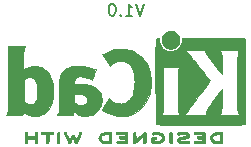
<source format=gbo>
%TF.GenerationSoftware,KiCad,Pcbnew,7.0.6-7.0.6~ubuntu22.10.1*%
%TF.CreationDate,2023-08-23T17:57:52+03:00*%
%TF.ProjectId,Prj1 - LED torch,50726a31-202d-4204-9c45-4420746f7263,rev?*%
%TF.SameCoordinates,Original*%
%TF.FileFunction,Legend,Bot*%
%TF.FilePolarity,Positive*%
%FSLAX46Y46*%
G04 Gerber Fmt 4.6, Leading zero omitted, Abs format (unit mm)*
G04 Created by KiCad (PCBNEW 7.0.6-7.0.6~ubuntu22.10.1) date 2023-08-23 17:57:52*
%MOMM*%
%LPD*%
G01*
G04 APERTURE LIST*
%ADD10C,0.150000*%
%ADD11C,0.010000*%
G04 APERTURE END LIST*
D10*
X199306077Y-105669819D02*
X198972744Y-106669819D01*
X198972744Y-106669819D02*
X198639411Y-105669819D01*
X197782268Y-106669819D02*
X198353696Y-106669819D01*
X198067982Y-106669819D02*
X198067982Y-105669819D01*
X198067982Y-105669819D02*
X198163220Y-105812676D01*
X198163220Y-105812676D02*
X198258458Y-105907914D01*
X198258458Y-105907914D02*
X198353696Y-105955533D01*
X197353696Y-106574580D02*
X197306077Y-106622200D01*
X197306077Y-106622200D02*
X197353696Y-106669819D01*
X197353696Y-106669819D02*
X197401315Y-106622200D01*
X197401315Y-106622200D02*
X197353696Y-106574580D01*
X197353696Y-106574580D02*
X197353696Y-106669819D01*
X196687030Y-105669819D02*
X196591792Y-105669819D01*
X196591792Y-105669819D02*
X196496554Y-105717438D01*
X196496554Y-105717438D02*
X196448935Y-105765057D01*
X196448935Y-105765057D02*
X196401316Y-105860295D01*
X196401316Y-105860295D02*
X196353697Y-106050771D01*
X196353697Y-106050771D02*
X196353697Y-106288866D01*
X196353697Y-106288866D02*
X196401316Y-106479342D01*
X196401316Y-106479342D02*
X196448935Y-106574580D01*
X196448935Y-106574580D02*
X196496554Y-106622200D01*
X196496554Y-106622200D02*
X196591792Y-106669819D01*
X196591792Y-106669819D02*
X196687030Y-106669819D01*
X196687030Y-106669819D02*
X196782268Y-106622200D01*
X196782268Y-106622200D02*
X196829887Y-106574580D01*
X196829887Y-106574580D02*
X196877506Y-106479342D01*
X196877506Y-106479342D02*
X196925125Y-106288866D01*
X196925125Y-106288866D02*
X196925125Y-106050771D01*
X196925125Y-106050771D02*
X196877506Y-105860295D01*
X196877506Y-105860295D02*
X196829887Y-105765057D01*
X196829887Y-105765057D02*
X196782268Y-105717438D01*
X196782268Y-105717438D02*
X196687030Y-105669819D01*
%TO.C,REF\u002A\u002A*%
D11*
X192107002Y-116514242D02*
X192141247Y-116535142D01*
X192176729Y-116563873D01*
X192176729Y-117425871D01*
X192141247Y-117454602D01*
X192099495Y-117477867D01*
X192051832Y-117478980D01*
X192009976Y-117451696D01*
X192004815Y-117445486D01*
X191997538Y-117432881D01*
X191991937Y-117414666D01*
X191987794Y-117387347D01*
X191984892Y-117347433D01*
X191983014Y-117291430D01*
X191981941Y-117215847D01*
X191981457Y-117117190D01*
X191981344Y-116991966D01*
X191981344Y-116563873D01*
X192016826Y-116535142D01*
X192048396Y-116515477D01*
X192079037Y-116506410D01*
X192107002Y-116514242D01*
G36*
X192107002Y-116514242D02*
G01*
X192141247Y-116535142D01*
X192176729Y-116563873D01*
X192176729Y-117425871D01*
X192141247Y-117454602D01*
X192099495Y-117477867D01*
X192051832Y-117478980D01*
X192009976Y-117451696D01*
X192004815Y-117445486D01*
X191997538Y-117432881D01*
X191991937Y-117414666D01*
X191987794Y-117387347D01*
X191984892Y-117347433D01*
X191983014Y-117291430D01*
X191981941Y-117215847D01*
X191981457Y-117117190D01*
X191981344Y-116991966D01*
X191981344Y-116563873D01*
X192016826Y-116535142D01*
X192048396Y-116515477D01*
X192079037Y-116506410D01*
X192107002Y-116514242D01*
G37*
X201600579Y-116512264D02*
X201646051Y-116543301D01*
X201682942Y-116580192D01*
X201682942Y-116996978D01*
X201682887Y-117108852D01*
X201682543Y-117207668D01*
X201681650Y-117283226D01*
X201679949Y-117339104D01*
X201677181Y-117378882D01*
X201673088Y-117406136D01*
X201667409Y-117424447D01*
X201659888Y-117437391D01*
X201650263Y-117448548D01*
X201608374Y-117477125D01*
X201561556Y-117479476D01*
X201517617Y-117453274D01*
X201510551Y-117445461D01*
X201503296Y-117433367D01*
X201497750Y-117415605D01*
X201493683Y-117388690D01*
X201490869Y-117349138D01*
X201489077Y-117293465D01*
X201488081Y-117218185D01*
X201487650Y-117119816D01*
X201487557Y-116994872D01*
X201487610Y-116894140D01*
X201487949Y-116790414D01*
X201488807Y-116710519D01*
X201490410Y-116650971D01*
X201492988Y-116608284D01*
X201496769Y-116578975D01*
X201501982Y-116559559D01*
X201508855Y-116546552D01*
X201517617Y-116536470D01*
X201556470Y-116511145D01*
X201600579Y-116512264D01*
G36*
X201600579Y-116512264D02*
G01*
X201646051Y-116543301D01*
X201682942Y-116580192D01*
X201682942Y-116996978D01*
X201682887Y-117108852D01*
X201682543Y-117207668D01*
X201681650Y-117283226D01*
X201679949Y-117339104D01*
X201677181Y-117378882D01*
X201673088Y-117406136D01*
X201667409Y-117424447D01*
X201659888Y-117437391D01*
X201650263Y-117448548D01*
X201608374Y-117477125D01*
X201561556Y-117479476D01*
X201517617Y-117453274D01*
X201510551Y-117445461D01*
X201503296Y-117433367D01*
X201497750Y-117415605D01*
X201493683Y-117388690D01*
X201490869Y-117349138D01*
X201489077Y-117293465D01*
X201488081Y-117218185D01*
X201487650Y-117119816D01*
X201487557Y-116994872D01*
X201487610Y-116894140D01*
X201487949Y-116790414D01*
X201488807Y-116710519D01*
X201490410Y-116650971D01*
X201492988Y-116608284D01*
X201496769Y-116578975D01*
X201501982Y-116559559D01*
X201508855Y-116546552D01*
X201517617Y-116536470D01*
X201556470Y-116511145D01*
X201600579Y-116512264D01*
G37*
X201686337Y-107970839D02*
X201825779Y-108005005D01*
X201957955Y-108066325D01*
X202078699Y-108154810D01*
X202183846Y-108270470D01*
X202269230Y-108413313D01*
X202292121Y-108463633D01*
X202310666Y-108514636D01*
X202321072Y-108565624D01*
X202325633Y-108628691D01*
X202326643Y-108715929D01*
X202326032Y-108788539D01*
X202322350Y-108855270D01*
X202313322Y-108907334D01*
X202296694Y-108956686D01*
X202270212Y-109015286D01*
X202262552Y-109030902D01*
X202172006Y-109173893D01*
X202058125Y-109291543D01*
X201924141Y-109381089D01*
X201773286Y-109439772D01*
X201695881Y-109456147D01*
X201538849Y-109463810D01*
X201386753Y-109439016D01*
X201244054Y-109384306D01*
X201115212Y-109302223D01*
X201004686Y-109195309D01*
X200916936Y-109066107D01*
X200856423Y-108917158D01*
X200834283Y-108795265D01*
X200832288Y-108660751D01*
X200850295Y-108529908D01*
X200887446Y-108416572D01*
X200930372Y-108335543D01*
X201025933Y-108206987D01*
X201139221Y-108105527D01*
X201266071Y-108031172D01*
X201402318Y-107983933D01*
X201543795Y-107963818D01*
X201686337Y-107970839D01*
G36*
X201686337Y-107970839D02*
G01*
X201825779Y-108005005D01*
X201957955Y-108066325D01*
X202078699Y-108154810D01*
X202183846Y-108270470D01*
X202269230Y-108413313D01*
X202292121Y-108463633D01*
X202310666Y-108514636D01*
X202321072Y-108565624D01*
X202325633Y-108628691D01*
X202326643Y-108715929D01*
X202326032Y-108788539D01*
X202322350Y-108855270D01*
X202313322Y-108907334D01*
X202296694Y-108956686D01*
X202270212Y-109015286D01*
X202262552Y-109030902D01*
X202172006Y-109173893D01*
X202058125Y-109291543D01*
X201924141Y-109381089D01*
X201773286Y-109439772D01*
X201695881Y-109456147D01*
X201538849Y-109463810D01*
X201386753Y-109439016D01*
X201244054Y-109384306D01*
X201115212Y-109302223D01*
X201004686Y-109195309D01*
X200916936Y-109066107D01*
X200856423Y-108917158D01*
X200834283Y-108795265D01*
X200832288Y-108660751D01*
X200850295Y-108529908D01*
X200887446Y-108416572D01*
X200930372Y-108335543D01*
X201025933Y-108206987D01*
X201139221Y-108105527D01*
X201266071Y-108031172D01*
X201402318Y-107983933D01*
X201543795Y-107963818D01*
X201686337Y-107970839D01*
G37*
X191175531Y-116506412D02*
X191300843Y-116506532D01*
X191400048Y-116506984D01*
X191476478Y-116507972D01*
X191533459Y-116509697D01*
X191574323Y-116512361D01*
X191602397Y-116516169D01*
X191621012Y-116521321D01*
X191633496Y-116528020D01*
X191643179Y-116536470D01*
X191668216Y-116580029D01*
X191670142Y-116630057D01*
X191648364Y-116674310D01*
X191646553Y-116676245D01*
X191631638Y-116687376D01*
X191608868Y-116694771D01*
X191572696Y-116699157D01*
X191517573Y-116701256D01*
X191437950Y-116701795D01*
X191252409Y-116701795D01*
X191252409Y-117052963D01*
X191252309Y-117153918D01*
X191251766Y-117242674D01*
X191250458Y-117308955D01*
X191248067Y-117356773D01*
X191244271Y-117390146D01*
X191238752Y-117413086D01*
X191231188Y-117429610D01*
X191221259Y-117443733D01*
X191218210Y-117447469D01*
X191176700Y-117477614D01*
X191130929Y-117479696D01*
X191087084Y-117453274D01*
X191077793Y-117442523D01*
X191070508Y-117428412D01*
X191065156Y-117407319D01*
X191061440Y-117375398D01*
X191059064Y-117328802D01*
X191057734Y-117263685D01*
X191057153Y-117176201D01*
X191057025Y-117062505D01*
X191057025Y-116701795D01*
X190862731Y-116701795D01*
X190847953Y-116701794D01*
X190772708Y-116701494D01*
X190720992Y-116699977D01*
X190687185Y-116696250D01*
X190665668Y-116689318D01*
X190650821Y-116678186D01*
X190637024Y-116661860D01*
X190615926Y-116621003D01*
X190620056Y-116576029D01*
X190654197Y-116532712D01*
X190660775Y-116527763D01*
X190674369Y-116521325D01*
X190694906Y-116516314D01*
X190725689Y-116512557D01*
X190770020Y-116509876D01*
X190831201Y-116508096D01*
X190912535Y-116507043D01*
X191017323Y-116506539D01*
X191148867Y-116506410D01*
X191175531Y-116506412D01*
G36*
X191175531Y-116506412D02*
G01*
X191300843Y-116506532D01*
X191400048Y-116506984D01*
X191476478Y-116507972D01*
X191533459Y-116509697D01*
X191574323Y-116512361D01*
X191602397Y-116516169D01*
X191621012Y-116521321D01*
X191633496Y-116528020D01*
X191643179Y-116536470D01*
X191668216Y-116580029D01*
X191670142Y-116630057D01*
X191648364Y-116674310D01*
X191646553Y-116676245D01*
X191631638Y-116687376D01*
X191608868Y-116694771D01*
X191572696Y-116699157D01*
X191517573Y-116701256D01*
X191437950Y-116701795D01*
X191252409Y-116701795D01*
X191252409Y-117052963D01*
X191252309Y-117153918D01*
X191251766Y-117242674D01*
X191250458Y-117308955D01*
X191248067Y-117356773D01*
X191244271Y-117390146D01*
X191238752Y-117413086D01*
X191231188Y-117429610D01*
X191221259Y-117443733D01*
X191218210Y-117447469D01*
X191176700Y-117477614D01*
X191130929Y-117479696D01*
X191087084Y-117453274D01*
X191077793Y-117442523D01*
X191070508Y-117428412D01*
X191065156Y-117407319D01*
X191061440Y-117375398D01*
X191059064Y-117328802D01*
X191057734Y-117263685D01*
X191057153Y-117176201D01*
X191057025Y-117062505D01*
X191057025Y-116701795D01*
X190862731Y-116701795D01*
X190847953Y-116701794D01*
X190772708Y-116701494D01*
X190720992Y-116699977D01*
X190687185Y-116696250D01*
X190665668Y-116689318D01*
X190650821Y-116678186D01*
X190637024Y-116661860D01*
X190615926Y-116621003D01*
X190620056Y-116576029D01*
X190654197Y-116532712D01*
X190660775Y-116527763D01*
X190674369Y-116521325D01*
X190694906Y-116516314D01*
X190725689Y-116512557D01*
X190770020Y-116509876D01*
X190831201Y-116508096D01*
X190912535Y-116507043D01*
X191017323Y-116506539D01*
X191148867Y-116506410D01*
X191175531Y-116506412D01*
G37*
X190275486Y-116536470D02*
X190282985Y-116544711D01*
X190289762Y-116555636D01*
X190295202Y-116571315D01*
X190299434Y-116594559D01*
X190302584Y-116628181D01*
X190304782Y-116674992D01*
X190306155Y-116737803D01*
X190306832Y-116819427D01*
X190306940Y-116922674D01*
X190306608Y-117050357D01*
X190305964Y-117205286D01*
X190305872Y-117224158D01*
X190305092Y-117306386D01*
X190303331Y-117364544D01*
X190299942Y-117403660D01*
X190294277Y-117428761D01*
X190285688Y-117444876D01*
X190273527Y-117457032D01*
X190228983Y-117480220D01*
X190182454Y-117476357D01*
X190141311Y-117443733D01*
X190129316Y-117426155D01*
X190119396Y-117401477D01*
X190113581Y-117366824D01*
X190110845Y-117315505D01*
X190110161Y-117240833D01*
X190110161Y-117077535D01*
X189448859Y-117077535D01*
X189448859Y-117257038D01*
X189448762Y-117304688D01*
X189447747Y-117366370D01*
X189444849Y-117407022D01*
X189439128Y-117432358D01*
X189429644Y-117448092D01*
X189415456Y-117459937D01*
X189372518Y-117480000D01*
X189325539Y-117476449D01*
X189284625Y-117443733D01*
X189278426Y-117435405D01*
X189270524Y-117421394D01*
X189264491Y-117402848D01*
X189260077Y-117376123D01*
X189257029Y-117337570D01*
X189255097Y-117283544D01*
X189254028Y-117210398D01*
X189253571Y-117114486D01*
X189253475Y-116992162D01*
X189253475Y-116580192D01*
X189290365Y-116543301D01*
X189332141Y-116513688D01*
X189376381Y-116510107D01*
X189418800Y-116536470D01*
X189429831Y-116549478D01*
X189439699Y-116570636D01*
X189445474Y-116602545D01*
X189448184Y-116651636D01*
X189448859Y-116724339D01*
X189448859Y-116882150D01*
X190110161Y-116882150D01*
X190110161Y-116728360D01*
X190110744Y-116659533D01*
X190113359Y-116613568D01*
X190119371Y-116583511D01*
X190130147Y-116562407D01*
X190147052Y-116543301D01*
X190188828Y-116513688D01*
X190233067Y-116510107D01*
X190275486Y-116536470D01*
G36*
X190275486Y-116536470D02*
G01*
X190282985Y-116544711D01*
X190289762Y-116555636D01*
X190295202Y-116571315D01*
X190299434Y-116594559D01*
X190302584Y-116628181D01*
X190304782Y-116674992D01*
X190306155Y-116737803D01*
X190306832Y-116819427D01*
X190306940Y-116922674D01*
X190306608Y-117050357D01*
X190305964Y-117205286D01*
X190305872Y-117224158D01*
X190305092Y-117306386D01*
X190303331Y-117364544D01*
X190299942Y-117403660D01*
X190294277Y-117428761D01*
X190285688Y-117444876D01*
X190273527Y-117457032D01*
X190228983Y-117480220D01*
X190182454Y-117476357D01*
X190141311Y-117443733D01*
X190129316Y-117426155D01*
X190119396Y-117401477D01*
X190113581Y-117366824D01*
X190110845Y-117315505D01*
X190110161Y-117240833D01*
X190110161Y-117077535D01*
X189448859Y-117077535D01*
X189448859Y-117257038D01*
X189448762Y-117304688D01*
X189447747Y-117366370D01*
X189444849Y-117407022D01*
X189439128Y-117432358D01*
X189429644Y-117448092D01*
X189415456Y-117459937D01*
X189372518Y-117480000D01*
X189325539Y-117476449D01*
X189284625Y-117443733D01*
X189278426Y-117435405D01*
X189270524Y-117421394D01*
X189264491Y-117402848D01*
X189260077Y-117376123D01*
X189257029Y-117337570D01*
X189255097Y-117283544D01*
X189254028Y-117210398D01*
X189253571Y-117114486D01*
X189253475Y-116992162D01*
X189253475Y-116580192D01*
X189290365Y-116543301D01*
X189332141Y-116513688D01*
X189376381Y-116510107D01*
X189418800Y-116536470D01*
X189429831Y-116549478D01*
X189439699Y-116570636D01*
X189445474Y-116602545D01*
X189448184Y-116651636D01*
X189448859Y-116724339D01*
X189448859Y-116882150D01*
X190110161Y-116882150D01*
X190110161Y-116728360D01*
X190110744Y-116659533D01*
X190113359Y-116613568D01*
X190119371Y-116583511D01*
X190130147Y-116562407D01*
X190147052Y-116543301D01*
X190188828Y-116513688D01*
X190233067Y-116510107D01*
X190275486Y-116536470D01*
G37*
X196540071Y-117320311D02*
X196537449Y-117363950D01*
X196533550Y-117394466D01*
X196528122Y-117415504D01*
X196520914Y-117430711D01*
X196511674Y-117443733D01*
X196480524Y-117483334D01*
X196259928Y-117482543D01*
X196213602Y-117482146D01*
X196082485Y-117477579D01*
X195974696Y-117467351D01*
X195885369Y-117450632D01*
X195809637Y-117426595D01*
X195742634Y-117394409D01*
X195738162Y-117391857D01*
X195661194Y-117342972D01*
X195604805Y-117293757D01*
X195561115Y-117235862D01*
X195522239Y-117160937D01*
X195516539Y-117148135D01*
X195486480Y-117064012D01*
X195478845Y-117003362D01*
X195677544Y-117003362D01*
X195685017Y-117036284D01*
X195692640Y-117057424D01*
X195736482Y-117137183D01*
X195799506Y-117198097D01*
X195884401Y-117242212D01*
X195993851Y-117271575D01*
X195997570Y-117272243D01*
X196059193Y-117280181D01*
X196134277Y-117285810D01*
X196207418Y-117287949D01*
X196332409Y-117287949D01*
X196332409Y-116701795D01*
X196215930Y-116702392D01*
X196126836Y-116705688D01*
X196003821Y-116720668D01*
X195898224Y-116746682D01*
X195815713Y-116782594D01*
X195774521Y-116810191D01*
X195737083Y-116849820D01*
X195706010Y-116906307D01*
X195696521Y-116927564D01*
X195680779Y-116970836D01*
X195677544Y-117003362D01*
X195478845Y-117003362D01*
X195477199Y-116990284D01*
X195488651Y-116917024D01*
X195520792Y-116834304D01*
X195521851Y-116832050D01*
X195575707Y-116739624D01*
X195643186Y-116664271D01*
X195726697Y-116604935D01*
X195828647Y-116560563D01*
X195951445Y-116530101D01*
X196097499Y-116512493D01*
X196269217Y-116506687D01*
X196273972Y-116506681D01*
X196353881Y-116506867D01*
X196409706Y-116508247D01*
X196447135Y-116511701D01*
X196471857Y-116518108D01*
X196489560Y-116528348D01*
X196505933Y-116543301D01*
X196542824Y-116580192D01*
X196542824Y-116992162D01*
X196542790Y-117074181D01*
X196542490Y-117179072D01*
X196541668Y-117259900D01*
X196540926Y-117287949D01*
X196540071Y-117320311D01*
G36*
X196540071Y-117320311D02*
G01*
X196537449Y-117363950D01*
X196533550Y-117394466D01*
X196528122Y-117415504D01*
X196520914Y-117430711D01*
X196511674Y-117443733D01*
X196480524Y-117483334D01*
X196259928Y-117482543D01*
X196213602Y-117482146D01*
X196082485Y-117477579D01*
X195974696Y-117467351D01*
X195885369Y-117450632D01*
X195809637Y-117426595D01*
X195742634Y-117394409D01*
X195738162Y-117391857D01*
X195661194Y-117342972D01*
X195604805Y-117293757D01*
X195561115Y-117235862D01*
X195522239Y-117160937D01*
X195516539Y-117148135D01*
X195486480Y-117064012D01*
X195478845Y-117003362D01*
X195677544Y-117003362D01*
X195685017Y-117036284D01*
X195692640Y-117057424D01*
X195736482Y-117137183D01*
X195799506Y-117198097D01*
X195884401Y-117242212D01*
X195993851Y-117271575D01*
X195997570Y-117272243D01*
X196059193Y-117280181D01*
X196134277Y-117285810D01*
X196207418Y-117287949D01*
X196332409Y-117287949D01*
X196332409Y-116701795D01*
X196215930Y-116702392D01*
X196126836Y-116705688D01*
X196003821Y-116720668D01*
X195898224Y-116746682D01*
X195815713Y-116782594D01*
X195774521Y-116810191D01*
X195737083Y-116849820D01*
X195706010Y-116906307D01*
X195696521Y-116927564D01*
X195680779Y-116970836D01*
X195677544Y-117003362D01*
X195478845Y-117003362D01*
X195477199Y-116990284D01*
X195488651Y-116917024D01*
X195520792Y-116834304D01*
X195521851Y-116832050D01*
X195575707Y-116739624D01*
X195643186Y-116664271D01*
X195726697Y-116604935D01*
X195828647Y-116560563D01*
X195951445Y-116530101D01*
X196097499Y-116512493D01*
X196269217Y-116506687D01*
X196273972Y-116506681D01*
X196353881Y-116506867D01*
X196409706Y-116508247D01*
X196447135Y-116511701D01*
X196471857Y-116518108D01*
X196489560Y-116528348D01*
X196505933Y-116543301D01*
X196542824Y-116580192D01*
X196542824Y-116992162D01*
X196542790Y-117074181D01*
X196542490Y-117179072D01*
X196541668Y-117259900D01*
X196540926Y-117287949D01*
X196540071Y-117320311D01*
G37*
X205981662Y-116753192D02*
X205981734Y-116860519D01*
X205981403Y-116994872D01*
X205981351Y-117095605D01*
X205981011Y-117199330D01*
X205980154Y-117279225D01*
X205978551Y-117338773D01*
X205975973Y-117381460D01*
X205972192Y-117410769D01*
X205966979Y-117430185D01*
X205960106Y-117443192D01*
X205951344Y-117453274D01*
X205942068Y-117461574D01*
X205924763Y-117471293D01*
X205899270Y-117477622D01*
X205860123Y-117481266D01*
X205801855Y-117482935D01*
X205719000Y-117483334D01*
X205653834Y-117482834D01*
X205511566Y-117476938D01*
X205392771Y-117463508D01*
X205293188Y-117441423D01*
X205208552Y-117409563D01*
X205134600Y-117366808D01*
X205067067Y-117312038D01*
X205059095Y-117304246D01*
X205010011Y-117239663D01*
X204968607Y-117158705D01*
X204940005Y-117073174D01*
X204932974Y-117021593D01*
X205128974Y-117021593D01*
X205153314Y-117089406D01*
X205192816Y-117150538D01*
X205254986Y-117207000D01*
X205336717Y-117246678D01*
X205442090Y-117272155D01*
X205444074Y-117272472D01*
X205509272Y-117280183D01*
X205587415Y-117285696D01*
X205662025Y-117287835D01*
X205786019Y-117287949D01*
X205786019Y-116701795D01*
X205684569Y-116701776D01*
X205680538Y-116701788D01*
X205612479Y-116704404D01*
X205532461Y-116710694D01*
X205456961Y-116719386D01*
X205390449Y-116731763D01*
X205290927Y-116766735D01*
X205214362Y-116819056D01*
X205159109Y-116889665D01*
X205130861Y-116957919D01*
X205128974Y-117021593D01*
X204932974Y-117021593D01*
X204929332Y-116994872D01*
X204931035Y-116966625D01*
X204947427Y-116890184D01*
X204977421Y-116810421D01*
X205016337Y-116738462D01*
X205059495Y-116685433D01*
X205085512Y-116662769D01*
X205158353Y-116610597D01*
X205238638Y-116570483D01*
X205330763Y-116541246D01*
X205439125Y-116521699D01*
X205568119Y-116510660D01*
X205722143Y-116506944D01*
X205774708Y-116506409D01*
X205835566Y-116505859D01*
X205883229Y-116508261D01*
X205919297Y-116516625D01*
X205945368Y-116533960D01*
X205963041Y-116563275D01*
X205973915Y-116607579D01*
X205979590Y-116669881D01*
X205980384Y-116701795D01*
X205981662Y-116753192D01*
G36*
X205981662Y-116753192D02*
G01*
X205981734Y-116860519D01*
X205981403Y-116994872D01*
X205981351Y-117095605D01*
X205981011Y-117199330D01*
X205980154Y-117279225D01*
X205978551Y-117338773D01*
X205975973Y-117381460D01*
X205972192Y-117410769D01*
X205966979Y-117430185D01*
X205960106Y-117443192D01*
X205951344Y-117453274D01*
X205942068Y-117461574D01*
X205924763Y-117471293D01*
X205899270Y-117477622D01*
X205860123Y-117481266D01*
X205801855Y-117482935D01*
X205719000Y-117483334D01*
X205653834Y-117482834D01*
X205511566Y-117476938D01*
X205392771Y-117463508D01*
X205293188Y-117441423D01*
X205208552Y-117409563D01*
X205134600Y-117366808D01*
X205067067Y-117312038D01*
X205059095Y-117304246D01*
X205010011Y-117239663D01*
X204968607Y-117158705D01*
X204940005Y-117073174D01*
X204932974Y-117021593D01*
X205128974Y-117021593D01*
X205153314Y-117089406D01*
X205192816Y-117150538D01*
X205254986Y-117207000D01*
X205336717Y-117246678D01*
X205442090Y-117272155D01*
X205444074Y-117272472D01*
X205509272Y-117280183D01*
X205587415Y-117285696D01*
X205662025Y-117287835D01*
X205786019Y-117287949D01*
X205786019Y-116701795D01*
X205684569Y-116701776D01*
X205680538Y-116701788D01*
X205612479Y-116704404D01*
X205532461Y-116710694D01*
X205456961Y-116719386D01*
X205390449Y-116731763D01*
X205290927Y-116766735D01*
X205214362Y-116819056D01*
X205159109Y-116889665D01*
X205130861Y-116957919D01*
X205128974Y-117021593D01*
X204932974Y-117021593D01*
X204929332Y-116994872D01*
X204931035Y-116966625D01*
X204947427Y-116890184D01*
X204977421Y-116810421D01*
X205016337Y-116738462D01*
X205059495Y-116685433D01*
X205085512Y-116662769D01*
X205158353Y-116610597D01*
X205238638Y-116570483D01*
X205330763Y-116541246D01*
X205439125Y-116521699D01*
X205568119Y-116510660D01*
X205722143Y-116506944D01*
X205774708Y-116506409D01*
X205835566Y-116505859D01*
X205883229Y-116508261D01*
X205919297Y-116516625D01*
X205945368Y-116533960D01*
X205963041Y-116563275D01*
X205973915Y-116607579D01*
X205979590Y-116669881D01*
X205980384Y-116701795D01*
X205981662Y-116753192D01*
G37*
X199398184Y-116504846D02*
X199413372Y-116513017D01*
X199427416Y-116527212D01*
X199442443Y-116546011D01*
X199448371Y-116553948D01*
X199456357Y-116567920D01*
X199462454Y-116586327D01*
X199466916Y-116612827D01*
X199469997Y-116651083D01*
X199471951Y-116704755D01*
X199473033Y-116777503D01*
X199473495Y-116872988D01*
X199473593Y-116994872D01*
X199473562Y-117072797D01*
X199473272Y-117178091D01*
X199472461Y-117259227D01*
X199470875Y-117319866D01*
X199468262Y-117363669D01*
X199464366Y-117394296D01*
X199458933Y-117415409D01*
X199451710Y-117430667D01*
X199442443Y-117443733D01*
X199401931Y-117476209D01*
X199355410Y-117480042D01*
X199306175Y-117454626D01*
X199300605Y-117450000D01*
X199289720Y-117438646D01*
X199281651Y-117423268D01*
X199275816Y-117399526D01*
X199271633Y-117363084D01*
X199268521Y-117309604D01*
X199265897Y-117234747D01*
X199263179Y-117134177D01*
X199255664Y-116842435D01*
X198902469Y-117162814D01*
X198804169Y-117251718D01*
X198717391Y-117329091D01*
X198647902Y-117388946D01*
X198593217Y-117432777D01*
X198550854Y-117462077D01*
X198518332Y-117478340D01*
X198493166Y-117483060D01*
X198472875Y-117477731D01*
X198454976Y-117463846D01*
X198436987Y-117442899D01*
X198428672Y-117431605D01*
X198421174Y-117417523D01*
X198415568Y-117398673D01*
X198411638Y-117371443D01*
X198409168Y-117332221D01*
X198407944Y-117277394D01*
X198407751Y-117203348D01*
X198408373Y-117106471D01*
X198409594Y-116983150D01*
X198414007Y-116563835D01*
X198449489Y-116535123D01*
X198484191Y-116513566D01*
X198527937Y-116509877D01*
X198573910Y-116535110D01*
X198579651Y-116539882D01*
X198590478Y-116551238D01*
X198598505Y-116566671D01*
X198604310Y-116590510D01*
X198608474Y-116627084D01*
X198611576Y-116680722D01*
X198614193Y-116755754D01*
X198616906Y-116856508D01*
X198624421Y-117149207D01*
X198864895Y-116931138D01*
X198980374Y-116826448D01*
X199081253Y-116735392D01*
X199163979Y-116661702D01*
X199230678Y-116603960D01*
X199283476Y-116560749D01*
X199324499Y-116530649D01*
X199355874Y-116512244D01*
X199379727Y-116504116D01*
X199398184Y-116504846D01*
G36*
X199398184Y-116504846D02*
G01*
X199413372Y-116513017D01*
X199427416Y-116527212D01*
X199442443Y-116546011D01*
X199448371Y-116553948D01*
X199456357Y-116567920D01*
X199462454Y-116586327D01*
X199466916Y-116612827D01*
X199469997Y-116651083D01*
X199471951Y-116704755D01*
X199473033Y-116777503D01*
X199473495Y-116872988D01*
X199473593Y-116994872D01*
X199473562Y-117072797D01*
X199473272Y-117178091D01*
X199472461Y-117259227D01*
X199470875Y-117319866D01*
X199468262Y-117363669D01*
X199464366Y-117394296D01*
X199458933Y-117415409D01*
X199451710Y-117430667D01*
X199442443Y-117443733D01*
X199401931Y-117476209D01*
X199355410Y-117480042D01*
X199306175Y-117454626D01*
X199300605Y-117450000D01*
X199289720Y-117438646D01*
X199281651Y-117423268D01*
X199275816Y-117399526D01*
X199271633Y-117363084D01*
X199268521Y-117309604D01*
X199265897Y-117234747D01*
X199263179Y-117134177D01*
X199255664Y-116842435D01*
X198902469Y-117162814D01*
X198804169Y-117251718D01*
X198717391Y-117329091D01*
X198647902Y-117388946D01*
X198593217Y-117432777D01*
X198550854Y-117462077D01*
X198518332Y-117478340D01*
X198493166Y-117483060D01*
X198472875Y-117477731D01*
X198454976Y-117463846D01*
X198436987Y-117442899D01*
X198428672Y-117431605D01*
X198421174Y-117417523D01*
X198415568Y-117398673D01*
X198411638Y-117371443D01*
X198409168Y-117332221D01*
X198407944Y-117277394D01*
X198407751Y-117203348D01*
X198408373Y-117106471D01*
X198409594Y-116983150D01*
X198414007Y-116563835D01*
X198449489Y-116535123D01*
X198484191Y-116513566D01*
X198527937Y-116509877D01*
X198573910Y-116535110D01*
X198579651Y-116539882D01*
X198590478Y-116551238D01*
X198598505Y-116566671D01*
X198604310Y-116590510D01*
X198608474Y-116627084D01*
X198611576Y-116680722D01*
X198614193Y-116755754D01*
X198616906Y-116856508D01*
X198624421Y-117149207D01*
X198864895Y-116931138D01*
X198980374Y-116826448D01*
X199081253Y-116735392D01*
X199163979Y-116661702D01*
X199230678Y-116603960D01*
X199283476Y-116560749D01*
X199324499Y-116530649D01*
X199355874Y-116512244D01*
X199379727Y-116504116D01*
X199398184Y-116504846D01*
G37*
X200459621Y-116513217D02*
X200600754Y-116534938D01*
X200725652Y-116572285D01*
X200830557Y-116624083D01*
X200911709Y-116689162D01*
X200946418Y-116732913D01*
X200985703Y-116798414D01*
X201019349Y-116870119D01*
X201042847Y-116938241D01*
X201051688Y-116992993D01*
X201049611Y-117019241D01*
X201032381Y-117087583D01*
X201001543Y-117162840D01*
X200961746Y-117234622D01*
X200917640Y-117292542D01*
X200904065Y-117306319D01*
X200814750Y-117375250D01*
X200708074Y-117428362D01*
X200593297Y-117460849D01*
X200520120Y-117471649D01*
X200395700Y-117480442D01*
X200276170Y-117477663D01*
X200166346Y-117464023D01*
X200071044Y-117440232D01*
X199995079Y-117406998D01*
X199943267Y-117365033D01*
X199941436Y-117362403D01*
X199932000Y-117328818D01*
X199926356Y-117265910D01*
X199924480Y-117173428D01*
X199925625Y-117090574D01*
X199931909Y-117027491D01*
X199947472Y-116984750D01*
X199976455Y-116958719D01*
X200022998Y-116945764D01*
X200091241Y-116942253D01*
X200185324Y-116944554D01*
X200250055Y-116948564D01*
X200316884Y-116959471D01*
X200360145Y-116978181D01*
X200383389Y-117006453D01*
X200390167Y-117046048D01*
X200390026Y-117052094D01*
X200378440Y-117098417D01*
X200346475Y-117129594D01*
X200291536Y-117147168D01*
X200211031Y-117152683D01*
X200119865Y-117152683D01*
X200119865Y-117203743D01*
X200119932Y-117215906D01*
X200122888Y-117238873D01*
X200135226Y-117252578D01*
X200163692Y-117261814D01*
X200215031Y-117271376D01*
X200222319Y-117272620D01*
X200351395Y-117285805D01*
X200471206Y-117281918D01*
X200578924Y-117262307D01*
X200671718Y-117228317D01*
X200746760Y-117181293D01*
X200801220Y-117122581D01*
X200832270Y-117053527D01*
X200837079Y-116975478D01*
X200829732Y-116937008D01*
X200794207Y-116862599D01*
X200732713Y-116801810D01*
X200646199Y-116755431D01*
X200535614Y-116724252D01*
X200502763Y-116718329D01*
X200383834Y-116704351D01*
X200277582Y-116705987D01*
X200173613Y-116723209D01*
X200126824Y-116732248D01*
X200066330Y-116733603D01*
X200024639Y-116716919D01*
X199997807Y-116681256D01*
X199989308Y-116643649D01*
X200001938Y-116602078D01*
X200014358Y-116584204D01*
X200059936Y-116552875D01*
X200129995Y-116529082D01*
X200221216Y-116513776D01*
X200330279Y-116507909D01*
X200459621Y-116513217D01*
G36*
X200459621Y-116513217D02*
G01*
X200600754Y-116534938D01*
X200725652Y-116572285D01*
X200830557Y-116624083D01*
X200911709Y-116689162D01*
X200946418Y-116732913D01*
X200985703Y-116798414D01*
X201019349Y-116870119D01*
X201042847Y-116938241D01*
X201051688Y-116992993D01*
X201049611Y-117019241D01*
X201032381Y-117087583D01*
X201001543Y-117162840D01*
X200961746Y-117234622D01*
X200917640Y-117292542D01*
X200904065Y-117306319D01*
X200814750Y-117375250D01*
X200708074Y-117428362D01*
X200593297Y-117460849D01*
X200520120Y-117471649D01*
X200395700Y-117480442D01*
X200276170Y-117477663D01*
X200166346Y-117464023D01*
X200071044Y-117440232D01*
X199995079Y-117406998D01*
X199943267Y-117365033D01*
X199941436Y-117362403D01*
X199932000Y-117328818D01*
X199926356Y-117265910D01*
X199924480Y-117173428D01*
X199925625Y-117090574D01*
X199931909Y-117027491D01*
X199947472Y-116984750D01*
X199976455Y-116958719D01*
X200022998Y-116945764D01*
X200091241Y-116942253D01*
X200185324Y-116944554D01*
X200250055Y-116948564D01*
X200316884Y-116959471D01*
X200360145Y-116978181D01*
X200383389Y-117006453D01*
X200390167Y-117046048D01*
X200390026Y-117052094D01*
X200378440Y-117098417D01*
X200346475Y-117129594D01*
X200291536Y-117147168D01*
X200211031Y-117152683D01*
X200119865Y-117152683D01*
X200119865Y-117203743D01*
X200119932Y-117215906D01*
X200122888Y-117238873D01*
X200135226Y-117252578D01*
X200163692Y-117261814D01*
X200215031Y-117271376D01*
X200222319Y-117272620D01*
X200351395Y-117285805D01*
X200471206Y-117281918D01*
X200578924Y-117262307D01*
X200671718Y-117228317D01*
X200746760Y-117181293D01*
X200801220Y-117122581D01*
X200832270Y-117053527D01*
X200837079Y-116975478D01*
X200829732Y-116937008D01*
X200794207Y-116862599D01*
X200732713Y-116801810D01*
X200646199Y-116755431D01*
X200535614Y-116724252D01*
X200502763Y-116718329D01*
X200383834Y-116704351D01*
X200277582Y-116705987D01*
X200173613Y-116723209D01*
X200126824Y-116732248D01*
X200066330Y-116733603D01*
X200024639Y-116716919D01*
X199997807Y-116681256D01*
X199989308Y-116643649D01*
X200001938Y-116602078D01*
X200014358Y-116584204D01*
X200059936Y-116552875D01*
X200129995Y-116529082D01*
X200221216Y-116513776D01*
X200330279Y-116507909D01*
X200459621Y-116513217D01*
G37*
X197864336Y-116546011D02*
X197870925Y-116554910D01*
X197878706Y-116568984D01*
X197884645Y-116587739D01*
X197888991Y-116614799D01*
X197891990Y-116653790D01*
X197893892Y-116708339D01*
X197894943Y-116782069D01*
X197895392Y-116878608D01*
X197895486Y-117001580D01*
X197895448Y-117089339D01*
X197895139Y-117193607D01*
X197894313Y-117273845D01*
X197892725Y-117333621D01*
X197890132Y-117376502D01*
X197886291Y-117406056D01*
X197880958Y-117425852D01*
X197873890Y-117439457D01*
X197864842Y-117450440D01*
X197858831Y-117456641D01*
X197847874Y-117465277D01*
X197832750Y-117471816D01*
X197809760Y-117476550D01*
X197775204Y-117479769D01*
X197725386Y-117481766D01*
X197656604Y-117482831D01*
X197565161Y-117483256D01*
X197447357Y-117483334D01*
X197421163Y-117483325D01*
X197305302Y-117482970D01*
X197215232Y-117481951D01*
X197147393Y-117480068D01*
X197098224Y-117477123D01*
X197064162Y-117472919D01*
X197041646Y-117467256D01*
X197027115Y-117459937D01*
X197013145Y-117446642D01*
X196995490Y-117405214D01*
X196997064Y-117357434D01*
X197018585Y-117315434D01*
X197021500Y-117312404D01*
X197033066Y-117304059D01*
X197050829Y-117297847D01*
X197078765Y-117293458D01*
X197120851Y-117290584D01*
X197181065Y-117288914D01*
X197263382Y-117288139D01*
X197371780Y-117287949D01*
X197700102Y-117287949D01*
X197700102Y-117077535D01*
X197483838Y-117077535D01*
X197436350Y-117077428D01*
X197362100Y-117076366D01*
X197309993Y-117073697D01*
X197274774Y-117068849D01*
X197251185Y-117061249D01*
X197233971Y-117050325D01*
X197229121Y-117046086D01*
X197204614Y-117004847D01*
X197203770Y-116956471D01*
X197227120Y-116911711D01*
X197227203Y-116911620D01*
X197240078Y-116900135D01*
X197257777Y-116892073D01*
X197285346Y-116886839D01*
X197327831Y-116883837D01*
X197390279Y-116882473D01*
X197477737Y-116882150D01*
X197701602Y-116882150D01*
X197697094Y-116795730D01*
X197692587Y-116709310D01*
X197370295Y-116705245D01*
X197336989Y-116704809D01*
X197228324Y-116702839D01*
X197145354Y-116699665D01*
X197084626Y-116694345D01*
X197042685Y-116685940D01*
X197016078Y-116673506D01*
X197001349Y-116656103D01*
X196995045Y-116632790D01*
X196993711Y-116602626D01*
X196993719Y-116599476D01*
X196995255Y-116572808D01*
X197001643Y-116551782D01*
X197016032Y-116535731D01*
X197041573Y-116523984D01*
X197081419Y-116515874D01*
X197138718Y-116510730D01*
X197216623Y-116507884D01*
X197318284Y-116506667D01*
X197446852Y-116506410D01*
X197833186Y-116506410D01*
X197864336Y-116546011D01*
G36*
X197864336Y-116546011D02*
G01*
X197870925Y-116554910D01*
X197878706Y-116568984D01*
X197884645Y-116587739D01*
X197888991Y-116614799D01*
X197891990Y-116653790D01*
X197893892Y-116708339D01*
X197894943Y-116782069D01*
X197895392Y-116878608D01*
X197895486Y-117001580D01*
X197895448Y-117089339D01*
X197895139Y-117193607D01*
X197894313Y-117273845D01*
X197892725Y-117333621D01*
X197890132Y-117376502D01*
X197886291Y-117406056D01*
X197880958Y-117425852D01*
X197873890Y-117439457D01*
X197864842Y-117450440D01*
X197858831Y-117456641D01*
X197847874Y-117465277D01*
X197832750Y-117471816D01*
X197809760Y-117476550D01*
X197775204Y-117479769D01*
X197725386Y-117481766D01*
X197656604Y-117482831D01*
X197565161Y-117483256D01*
X197447357Y-117483334D01*
X197421163Y-117483325D01*
X197305302Y-117482970D01*
X197215232Y-117481951D01*
X197147393Y-117480068D01*
X197098224Y-117477123D01*
X197064162Y-117472919D01*
X197041646Y-117467256D01*
X197027115Y-117459937D01*
X197013145Y-117446642D01*
X196995490Y-117405214D01*
X196997064Y-117357434D01*
X197018585Y-117315434D01*
X197021500Y-117312404D01*
X197033066Y-117304059D01*
X197050829Y-117297847D01*
X197078765Y-117293458D01*
X197120851Y-117290584D01*
X197181065Y-117288914D01*
X197263382Y-117288139D01*
X197371780Y-117287949D01*
X197700102Y-117287949D01*
X197700102Y-117077535D01*
X197483838Y-117077535D01*
X197436350Y-117077428D01*
X197362100Y-117076366D01*
X197309993Y-117073697D01*
X197274774Y-117068849D01*
X197251185Y-117061249D01*
X197233971Y-117050325D01*
X197229121Y-117046086D01*
X197204614Y-117004847D01*
X197203770Y-116956471D01*
X197227120Y-116911711D01*
X197227203Y-116911620D01*
X197240078Y-116900135D01*
X197257777Y-116892073D01*
X197285346Y-116886839D01*
X197327831Y-116883837D01*
X197390279Y-116882473D01*
X197477737Y-116882150D01*
X197701602Y-116882150D01*
X197697094Y-116795730D01*
X197692587Y-116709310D01*
X197370295Y-116705245D01*
X197336989Y-116704809D01*
X197228324Y-116702839D01*
X197145354Y-116699665D01*
X197084626Y-116694345D01*
X197042685Y-116685940D01*
X197016078Y-116673506D01*
X197001349Y-116656103D01*
X196995045Y-116632790D01*
X196993711Y-116602626D01*
X196993719Y-116599476D01*
X196995255Y-116572808D01*
X197001643Y-116551782D01*
X197016032Y-116535731D01*
X197041573Y-116523984D01*
X197081419Y-116515874D01*
X197138718Y-116510730D01*
X197216623Y-116507884D01*
X197318284Y-116506667D01*
X197446852Y-116506410D01*
X197833186Y-116506410D01*
X197864336Y-116546011D01*
G37*
X204091020Y-116506432D02*
X204193663Y-116506688D01*
X204272142Y-116507466D01*
X204330172Y-116509052D01*
X204371469Y-116511732D01*
X204399750Y-116515790D01*
X204418732Y-116521512D01*
X204432129Y-116529183D01*
X204443660Y-116539090D01*
X204446036Y-116541327D01*
X204455680Y-116551364D01*
X204463191Y-116563370D01*
X204468837Y-116580857D01*
X204472883Y-116607334D01*
X204475596Y-116646315D01*
X204477242Y-116701310D01*
X204478088Y-116775830D01*
X204478400Y-116873387D01*
X204478445Y-116997492D01*
X204478396Y-117094401D01*
X204478065Y-117198481D01*
X204477218Y-117278648D01*
X204475624Y-117338398D01*
X204473053Y-117381228D01*
X204469275Y-117410634D01*
X204464058Y-117430112D01*
X204457171Y-117443160D01*
X204448386Y-117453274D01*
X204443947Y-117457504D01*
X204432601Y-117465640D01*
X204416622Y-117471863D01*
X204392377Y-117476430D01*
X204356235Y-117479595D01*
X204304563Y-117481613D01*
X204233728Y-117482739D01*
X204140098Y-117483227D01*
X204020043Y-117483334D01*
X203963981Y-117483318D01*
X203855945Y-117483075D01*
X203772745Y-117482339D01*
X203710749Y-117480854D01*
X203666325Y-117478365D01*
X203635840Y-117474618D01*
X203615662Y-117469357D01*
X203602159Y-117462327D01*
X203591699Y-117453274D01*
X203572093Y-117424518D01*
X203561640Y-117385641D01*
X203568961Y-117353813D01*
X203591699Y-117318008D01*
X203598328Y-117311873D01*
X203611342Y-117303503D01*
X203630135Y-117297345D01*
X203658753Y-117293063D01*
X203701243Y-117290320D01*
X203761651Y-117288778D01*
X203844024Y-117288100D01*
X203952409Y-117287949D01*
X204283060Y-117287949D01*
X204283060Y-117077535D01*
X204068475Y-117077535D01*
X204020789Y-117077341D01*
X203933420Y-117075048D01*
X203870525Y-117069143D01*
X203828274Y-117058353D01*
X203802837Y-117041404D01*
X203790384Y-117017021D01*
X203787084Y-116983931D01*
X203788146Y-116956963D01*
X203795138Y-116927905D01*
X203812171Y-116907467D01*
X203843245Y-116894159D01*
X203892357Y-116886496D01*
X203963508Y-116882989D01*
X204060696Y-116882150D01*
X204284560Y-116882150D01*
X204275546Y-116709310D01*
X203945745Y-116705251D01*
X203862414Y-116704081D01*
X203771268Y-116702158D01*
X203703496Y-116699588D01*
X203655230Y-116696059D01*
X203622602Y-116691261D01*
X203601746Y-116684885D01*
X203588793Y-116676620D01*
X203580784Y-116668095D01*
X203563465Y-116625916D01*
X203568205Y-116578404D01*
X203594533Y-116537055D01*
X203598863Y-116533163D01*
X203610818Y-116524707D01*
X203626932Y-116518247D01*
X203650905Y-116513515D01*
X203686437Y-116510244D01*
X203737227Y-116508165D01*
X203806976Y-116507012D01*
X203899384Y-116506516D01*
X204018150Y-116506410D01*
X204091020Y-116506432D01*
G36*
X204091020Y-116506432D02*
G01*
X204193663Y-116506688D01*
X204272142Y-116507466D01*
X204330172Y-116509052D01*
X204371469Y-116511732D01*
X204399750Y-116515790D01*
X204418732Y-116521512D01*
X204432129Y-116529183D01*
X204443660Y-116539090D01*
X204446036Y-116541327D01*
X204455680Y-116551364D01*
X204463191Y-116563370D01*
X204468837Y-116580857D01*
X204472883Y-116607334D01*
X204475596Y-116646315D01*
X204477242Y-116701310D01*
X204478088Y-116775830D01*
X204478400Y-116873387D01*
X204478445Y-116997492D01*
X204478396Y-117094401D01*
X204478065Y-117198481D01*
X204477218Y-117278648D01*
X204475624Y-117338398D01*
X204473053Y-117381228D01*
X204469275Y-117410634D01*
X204464058Y-117430112D01*
X204457171Y-117443160D01*
X204448386Y-117453274D01*
X204443947Y-117457504D01*
X204432601Y-117465640D01*
X204416622Y-117471863D01*
X204392377Y-117476430D01*
X204356235Y-117479595D01*
X204304563Y-117481613D01*
X204233728Y-117482739D01*
X204140098Y-117483227D01*
X204020043Y-117483334D01*
X203963981Y-117483318D01*
X203855945Y-117483075D01*
X203772745Y-117482339D01*
X203710749Y-117480854D01*
X203666325Y-117478365D01*
X203635840Y-117474618D01*
X203615662Y-117469357D01*
X203602159Y-117462327D01*
X203591699Y-117453274D01*
X203572093Y-117424518D01*
X203561640Y-117385641D01*
X203568961Y-117353813D01*
X203591699Y-117318008D01*
X203598328Y-117311873D01*
X203611342Y-117303503D01*
X203630135Y-117297345D01*
X203658753Y-117293063D01*
X203701243Y-117290320D01*
X203761651Y-117288778D01*
X203844024Y-117288100D01*
X203952409Y-117287949D01*
X204283060Y-117287949D01*
X204283060Y-117077535D01*
X204068475Y-117077535D01*
X204020789Y-117077341D01*
X203933420Y-117075048D01*
X203870525Y-117069143D01*
X203828274Y-117058353D01*
X203802837Y-117041404D01*
X203790384Y-117017021D01*
X203787084Y-116983931D01*
X203788146Y-116956963D01*
X203795138Y-116927905D01*
X203812171Y-116907467D01*
X203843245Y-116894159D01*
X203892357Y-116886496D01*
X203963508Y-116882989D01*
X204060696Y-116882150D01*
X204284560Y-116882150D01*
X204275546Y-116709310D01*
X203945745Y-116705251D01*
X203862414Y-116704081D01*
X203771268Y-116702158D01*
X203703496Y-116699588D01*
X203655230Y-116696059D01*
X203622602Y-116691261D01*
X203601746Y-116684885D01*
X203588793Y-116676620D01*
X203580784Y-116668095D01*
X203563465Y-116625916D01*
X203568205Y-116578404D01*
X203594533Y-116537055D01*
X203598863Y-116533163D01*
X203610818Y-116524707D01*
X203626932Y-116518247D01*
X203650905Y-116513515D01*
X203686437Y-116510244D01*
X203737227Y-116508165D01*
X203806976Y-116507012D01*
X203899384Y-116506516D01*
X204018150Y-116506410D01*
X204091020Y-116506432D01*
G37*
X192685208Y-116518940D02*
X192709119Y-116543585D01*
X192736546Y-116584966D01*
X192769607Y-116645790D01*
X192810420Y-116728763D01*
X192861104Y-116836594D01*
X192880587Y-116878376D01*
X192920193Y-116962496D01*
X192954935Y-117035196D01*
X192982886Y-117092507D01*
X193002120Y-117130455D01*
X193010711Y-117145069D01*
X193012520Y-117144296D01*
X193025823Y-117125727D01*
X193048844Y-117086401D01*
X193078928Y-117030994D01*
X193113422Y-116964180D01*
X193134687Y-116922258D01*
X193173230Y-116848562D01*
X193203170Y-116796617D01*
X193227422Y-116762697D01*
X193248898Y-116743079D01*
X193270512Y-116734040D01*
X193295177Y-116731854D01*
X193309160Y-116732487D01*
X193330616Y-116738088D01*
X193351005Y-116752552D01*
X193373103Y-116779542D01*
X193399689Y-116822725D01*
X193433540Y-116885765D01*
X193477434Y-116972328D01*
X193490392Y-116997963D01*
X193522954Y-117060096D01*
X193549895Y-117108241D01*
X193568710Y-117138049D01*
X193576897Y-117145168D01*
X193578717Y-117140813D01*
X193591198Y-117112975D01*
X193613646Y-117063796D01*
X193644156Y-116997426D01*
X193680823Y-116918014D01*
X193721742Y-116829707D01*
X193757309Y-116753525D01*
X193796749Y-116670995D01*
X193827465Y-116610100D01*
X193851401Y-116567442D01*
X193870502Y-116539625D01*
X193886713Y-116523253D01*
X193901978Y-116514931D01*
X193914506Y-116511080D01*
X193947930Y-116510882D01*
X193984067Y-116531308D01*
X193985798Y-116532620D01*
X194015200Y-116562756D01*
X194029909Y-116592345D01*
X194029971Y-116593197D01*
X194023926Y-116616711D01*
X194006799Y-116662731D01*
X193980493Y-116727096D01*
X193946910Y-116805645D01*
X193907952Y-116894221D01*
X193865522Y-116988661D01*
X193821522Y-117084807D01*
X193777854Y-117178499D01*
X193736420Y-117265576D01*
X193699123Y-117341880D01*
X193667864Y-117403249D01*
X193644546Y-117445525D01*
X193631071Y-117464547D01*
X193585262Y-117482345D01*
X193529748Y-117473876D01*
X193522606Y-117467622D01*
X193501532Y-117438131D01*
X193471973Y-117389190D01*
X193436803Y-117325661D01*
X193398894Y-117252407D01*
X193292686Y-117040397D01*
X193195248Y-117235563D01*
X193182340Y-117261246D01*
X193146421Y-117330940D01*
X193114431Y-117390571D01*
X193089449Y-117434486D01*
X193074556Y-117457032D01*
X193073030Y-117458687D01*
X193035591Y-117479039D01*
X192988911Y-117481280D01*
X192947584Y-117464547D01*
X192944354Y-117460754D01*
X192928031Y-117433294D01*
X192901754Y-117383300D01*
X192867266Y-117314298D01*
X192826310Y-117229814D01*
X192780630Y-117133373D01*
X192731969Y-117028503D01*
X192705022Y-116969759D01*
X192656064Y-116862281D01*
X192618178Y-116777502D01*
X192590187Y-116712353D01*
X192570912Y-116663764D01*
X192559178Y-116628667D01*
X192553805Y-116603992D01*
X192553616Y-116586672D01*
X192557434Y-116573636D01*
X192576948Y-116545834D01*
X192612366Y-116518806D01*
X192613372Y-116518350D01*
X192639453Y-116509030D01*
X192662692Y-116508324D01*
X192685208Y-116518940D01*
G36*
X192685208Y-116518940D02*
G01*
X192709119Y-116543585D01*
X192736546Y-116584966D01*
X192769607Y-116645790D01*
X192810420Y-116728763D01*
X192861104Y-116836594D01*
X192880587Y-116878376D01*
X192920193Y-116962496D01*
X192954935Y-117035196D01*
X192982886Y-117092507D01*
X193002120Y-117130455D01*
X193010711Y-117145069D01*
X193012520Y-117144296D01*
X193025823Y-117125727D01*
X193048844Y-117086401D01*
X193078928Y-117030994D01*
X193113422Y-116964180D01*
X193134687Y-116922258D01*
X193173230Y-116848562D01*
X193203170Y-116796617D01*
X193227422Y-116762697D01*
X193248898Y-116743079D01*
X193270512Y-116734040D01*
X193295177Y-116731854D01*
X193309160Y-116732487D01*
X193330616Y-116738088D01*
X193351005Y-116752552D01*
X193373103Y-116779542D01*
X193399689Y-116822725D01*
X193433540Y-116885765D01*
X193477434Y-116972328D01*
X193490392Y-116997963D01*
X193522954Y-117060096D01*
X193549895Y-117108241D01*
X193568710Y-117138049D01*
X193576897Y-117145168D01*
X193578717Y-117140813D01*
X193591198Y-117112975D01*
X193613646Y-117063796D01*
X193644156Y-116997426D01*
X193680823Y-116918014D01*
X193721742Y-116829707D01*
X193757309Y-116753525D01*
X193796749Y-116670995D01*
X193827465Y-116610100D01*
X193851401Y-116567442D01*
X193870502Y-116539625D01*
X193886713Y-116523253D01*
X193901978Y-116514931D01*
X193914506Y-116511080D01*
X193947930Y-116510882D01*
X193984067Y-116531308D01*
X193985798Y-116532620D01*
X194015200Y-116562756D01*
X194029909Y-116592345D01*
X194029971Y-116593197D01*
X194023926Y-116616711D01*
X194006799Y-116662731D01*
X193980493Y-116727096D01*
X193946910Y-116805645D01*
X193907952Y-116894221D01*
X193865522Y-116988661D01*
X193821522Y-117084807D01*
X193777854Y-117178499D01*
X193736420Y-117265576D01*
X193699123Y-117341880D01*
X193667864Y-117403249D01*
X193644546Y-117445525D01*
X193631071Y-117464547D01*
X193585262Y-117482345D01*
X193529748Y-117473876D01*
X193522606Y-117467622D01*
X193501532Y-117438131D01*
X193471973Y-117389190D01*
X193436803Y-117325661D01*
X193398894Y-117252407D01*
X193292686Y-117040397D01*
X193195248Y-117235563D01*
X193182340Y-117261246D01*
X193146421Y-117330940D01*
X193114431Y-117390571D01*
X193089449Y-117434486D01*
X193074556Y-117457032D01*
X193073030Y-117458687D01*
X193035591Y-117479039D01*
X192988911Y-117481280D01*
X192947584Y-117464547D01*
X192944354Y-117460754D01*
X192928031Y-117433294D01*
X192901754Y-117383300D01*
X192867266Y-117314298D01*
X192826310Y-117229814D01*
X192780630Y-117133373D01*
X192731969Y-117028503D01*
X192705022Y-116969759D01*
X192656064Y-116862281D01*
X192618178Y-116777502D01*
X192590187Y-116712353D01*
X192570912Y-116663764D01*
X192559178Y-116628667D01*
X192553805Y-116603992D01*
X192553616Y-116586672D01*
X192557434Y-116573636D01*
X192576948Y-116545834D01*
X192612366Y-116518806D01*
X192613372Y-116518350D01*
X192639453Y-116509030D01*
X192662692Y-116508324D01*
X192685208Y-116518940D01*
G37*
X202738515Y-116507568D02*
X202826713Y-116514797D01*
X202900338Y-116527576D01*
X202968081Y-116547361D01*
X203063024Y-116591472D01*
X203131132Y-116648298D01*
X203172169Y-116717615D01*
X203185901Y-116799199D01*
X203184653Y-116840802D01*
X203176941Y-116873816D01*
X203157227Y-116902666D01*
X203119986Y-116939080D01*
X203109364Y-116948837D01*
X203077798Y-116976666D01*
X203047984Y-116999260D01*
X203015986Y-117017837D01*
X202977872Y-117033615D01*
X202929708Y-117047812D01*
X202867560Y-117061647D01*
X202787494Y-117076338D01*
X202685576Y-117093103D01*
X202557874Y-117113161D01*
X202533425Y-117117200D01*
X202450442Y-117135334D01*
X202390241Y-117156281D01*
X202355247Y-117179009D01*
X202347886Y-117202487D01*
X202351375Y-117208172D01*
X202375250Y-117228229D01*
X202412695Y-117250375D01*
X202429736Y-117258351D01*
X202458092Y-117267927D01*
X202493221Y-117274287D01*
X202540943Y-117278040D01*
X202607076Y-117279794D01*
X202697439Y-117280158D01*
X202721117Y-117280061D01*
X202811145Y-117278582D01*
X202897602Y-117275619D01*
X202971659Y-117271537D01*
X203024489Y-117266698D01*
X203071767Y-117261282D01*
X203110712Y-117260240D01*
X203135876Y-117266363D01*
X203155998Y-117280576D01*
X203160866Y-117285359D01*
X203182623Y-117327662D01*
X203180865Y-117375130D01*
X203155627Y-117415895D01*
X203128506Y-117431346D01*
X203080599Y-117448248D01*
X203024118Y-117461628D01*
X203019524Y-117462425D01*
X202962716Y-117469370D01*
X202886313Y-117475193D01*
X202799752Y-117479304D01*
X202712469Y-117481113D01*
X202690857Y-117481169D01*
X202559968Y-117477870D01*
X202453390Y-117467211D01*
X202366612Y-117447864D01*
X202295124Y-117418502D01*
X202234413Y-117377798D01*
X202179969Y-117324424D01*
X202153181Y-117289507D01*
X202137702Y-117250169D01*
X202133830Y-117197292D01*
X202134017Y-117181357D01*
X202139173Y-117137846D01*
X202155662Y-117102531D01*
X202189165Y-117061460D01*
X202217406Y-117031984D01*
X202252549Y-117001967D01*
X202292113Y-116977513D01*
X202340347Y-116957202D01*
X202401500Y-116939612D01*
X202479819Y-116923323D01*
X202579554Y-116906913D01*
X202704954Y-116888962D01*
X202765280Y-116879630D01*
X202855752Y-116860246D01*
X202921169Y-116838280D01*
X202960534Y-116814451D01*
X202972850Y-116789482D01*
X202957118Y-116764093D01*
X202912342Y-116739005D01*
X202908287Y-116737389D01*
X202846566Y-116721309D01*
X202763156Y-116710391D01*
X202665389Y-116704852D01*
X202560598Y-116704909D01*
X202456115Y-116710778D01*
X202359273Y-116722675D01*
X202354045Y-116723539D01*
X202289053Y-116733800D01*
X202246114Y-116738608D01*
X202218159Y-116737813D01*
X202198117Y-116731261D01*
X202178918Y-116718801D01*
X202177361Y-116717642D01*
X202144720Y-116677204D01*
X202138338Y-116629939D01*
X202159383Y-116583899D01*
X202165435Y-116577966D01*
X202204862Y-116557810D01*
X202267412Y-116540338D01*
X202347698Y-116525959D01*
X202440337Y-116515084D01*
X202539942Y-116508121D01*
X202641130Y-116505479D01*
X202738515Y-116507568D01*
G36*
X202738515Y-116507568D02*
G01*
X202826713Y-116514797D01*
X202900338Y-116527576D01*
X202968081Y-116547361D01*
X203063024Y-116591472D01*
X203131132Y-116648298D01*
X203172169Y-116717615D01*
X203185901Y-116799199D01*
X203184653Y-116840802D01*
X203176941Y-116873816D01*
X203157227Y-116902666D01*
X203119986Y-116939080D01*
X203109364Y-116948837D01*
X203077798Y-116976666D01*
X203047984Y-116999260D01*
X203015986Y-117017837D01*
X202977872Y-117033615D01*
X202929708Y-117047812D01*
X202867560Y-117061647D01*
X202787494Y-117076338D01*
X202685576Y-117093103D01*
X202557874Y-117113161D01*
X202533425Y-117117200D01*
X202450442Y-117135334D01*
X202390241Y-117156281D01*
X202355247Y-117179009D01*
X202347886Y-117202487D01*
X202351375Y-117208172D01*
X202375250Y-117228229D01*
X202412695Y-117250375D01*
X202429736Y-117258351D01*
X202458092Y-117267927D01*
X202493221Y-117274287D01*
X202540943Y-117278040D01*
X202607076Y-117279794D01*
X202697439Y-117280158D01*
X202721117Y-117280061D01*
X202811145Y-117278582D01*
X202897602Y-117275619D01*
X202971659Y-117271537D01*
X203024489Y-117266698D01*
X203071767Y-117261282D01*
X203110712Y-117260240D01*
X203135876Y-117266363D01*
X203155998Y-117280576D01*
X203160866Y-117285359D01*
X203182623Y-117327662D01*
X203180865Y-117375130D01*
X203155627Y-117415895D01*
X203128506Y-117431346D01*
X203080599Y-117448248D01*
X203024118Y-117461628D01*
X203019524Y-117462425D01*
X202962716Y-117469370D01*
X202886313Y-117475193D01*
X202799752Y-117479304D01*
X202712469Y-117481113D01*
X202690857Y-117481169D01*
X202559968Y-117477870D01*
X202453390Y-117467211D01*
X202366612Y-117447864D01*
X202295124Y-117418502D01*
X202234413Y-117377798D01*
X202179969Y-117324424D01*
X202153181Y-117289507D01*
X202137702Y-117250169D01*
X202133830Y-117197292D01*
X202134017Y-117181357D01*
X202139173Y-117137846D01*
X202155662Y-117102531D01*
X202189165Y-117061460D01*
X202217406Y-117031984D01*
X202252549Y-117001967D01*
X202292113Y-116977513D01*
X202340347Y-116957202D01*
X202401500Y-116939612D01*
X202479819Y-116923323D01*
X202579554Y-116906913D01*
X202704954Y-116888962D01*
X202765280Y-116879630D01*
X202855752Y-116860246D01*
X202921169Y-116838280D01*
X202960534Y-116814451D01*
X202972850Y-116789482D01*
X202957118Y-116764093D01*
X202912342Y-116739005D01*
X202908287Y-116737389D01*
X202846566Y-116721309D01*
X202763156Y-116710391D01*
X202665389Y-116704852D01*
X202560598Y-116704909D01*
X202456115Y-116710778D01*
X202359273Y-116722675D01*
X202354045Y-116723539D01*
X202289053Y-116733800D01*
X202246114Y-116738608D01*
X202218159Y-116737813D01*
X202198117Y-116731261D01*
X202178918Y-116718801D01*
X202177361Y-116717642D01*
X202144720Y-116677204D01*
X202138338Y-116629939D01*
X202159383Y-116583899D01*
X202165435Y-116577966D01*
X202204862Y-116557810D01*
X202267412Y-116540338D01*
X202347698Y-116525959D01*
X202440337Y-116515084D01*
X202539942Y-116508121D01*
X202641130Y-116505479D01*
X202738515Y-116507568D01*
G37*
X197573834Y-109466031D02*
X197817638Y-109488413D01*
X198044132Y-109533551D01*
X198261742Y-109603345D01*
X198478891Y-109699696D01*
X198693845Y-109822715D01*
X198924534Y-109990422D01*
X199138459Y-110184323D01*
X199330911Y-110399618D01*
X199497180Y-110631507D01*
X199632553Y-110875190D01*
X199644841Y-110901258D01*
X199747750Y-111152881D01*
X199825946Y-111414345D01*
X199880439Y-111690646D01*
X199912241Y-111986779D01*
X199922360Y-112307739D01*
X199910056Y-112639528D01*
X199871001Y-112966276D01*
X199804590Y-113272149D01*
X199710227Y-113559317D01*
X199587320Y-113829949D01*
X199435273Y-114086214D01*
X199292450Y-114282000D01*
X199095243Y-114502289D01*
X198880296Y-114690974D01*
X198647703Y-114847993D01*
X198397558Y-114973285D01*
X198129957Y-115066786D01*
X197844992Y-115128437D01*
X197841740Y-115128917D01*
X197786862Y-115133732D01*
X197704049Y-115137304D01*
X197600958Y-115139465D01*
X197485246Y-115140050D01*
X197364572Y-115138891D01*
X197279997Y-115137192D01*
X197154512Y-115133258D01*
X197053958Y-115127626D01*
X196971083Y-115119694D01*
X196898634Y-115108863D01*
X196829357Y-115094530D01*
X196751416Y-115076007D01*
X196670099Y-115054914D01*
X196596556Y-115032787D01*
X196524112Y-115007033D01*
X196446093Y-114975060D01*
X196355825Y-114934278D01*
X196246631Y-114882093D01*
X196111839Y-114815915D01*
X195739036Y-114631677D01*
X196037628Y-114141231D01*
X196076719Y-114077041D01*
X196146950Y-113961810D01*
X196209811Y-113858794D01*
X196263004Y-113771748D01*
X196304233Y-113704432D01*
X196331200Y-113660601D01*
X196341607Y-113644015D01*
X196344502Y-113644510D01*
X196367820Y-113660742D01*
X196408786Y-113694429D01*
X196460927Y-113740345D01*
X196553787Y-113819678D01*
X196719562Y-113936990D01*
X196880403Y-114018771D01*
X196996631Y-114059611D01*
X197193222Y-114101348D01*
X197386378Y-114108746D01*
X197573299Y-114082309D01*
X197751183Y-114022540D01*
X197917230Y-113929943D01*
X198068637Y-113805022D01*
X198152886Y-113713014D01*
X198271574Y-113542831D01*
X198368964Y-113345342D01*
X198445519Y-113119536D01*
X198501707Y-112864401D01*
X198504256Y-112848562D01*
X198516033Y-112745903D01*
X198524800Y-112618351D01*
X198530486Y-112474622D01*
X198533021Y-112323431D01*
X198532333Y-112173493D01*
X198528352Y-112033524D01*
X198521006Y-111912241D01*
X198510225Y-111818357D01*
X198468900Y-111605692D01*
X198399365Y-111357270D01*
X198311915Y-111139781D01*
X198206665Y-110953393D01*
X198083732Y-110798273D01*
X197943235Y-110674590D01*
X197785288Y-110582512D01*
X197610010Y-110522209D01*
X197571121Y-110514724D01*
X197473666Y-110504951D01*
X197359773Y-110501761D01*
X197242204Y-110504979D01*
X197133717Y-110514429D01*
X197047072Y-110529936D01*
X196902732Y-110579313D01*
X196735228Y-110669456D01*
X196586080Y-110788084D01*
X196559756Y-110813073D01*
X196512057Y-110857285D01*
X196478345Y-110887042D01*
X196464649Y-110896941D01*
X196461277Y-110892207D01*
X196440523Y-110862313D01*
X196403028Y-110808033D01*
X196351270Y-110732962D01*
X196287728Y-110640694D01*
X196214877Y-110534823D01*
X196135197Y-110418944D01*
X195809286Y-109944817D01*
X195882092Y-109923004D01*
X195889690Y-109920532D01*
X195939145Y-109900898D01*
X196010447Y-109869239D01*
X196095228Y-109829362D01*
X196185120Y-109785076D01*
X196224292Y-109765496D01*
X196441804Y-109664409D01*
X196642283Y-109586238D01*
X196833438Y-109528985D01*
X197022981Y-109490649D01*
X197218622Y-109469231D01*
X197428072Y-109462731D01*
X197573834Y-109466031D01*
G36*
X197573834Y-109466031D02*
G01*
X197817638Y-109488413D01*
X198044132Y-109533551D01*
X198261742Y-109603345D01*
X198478891Y-109699696D01*
X198693845Y-109822715D01*
X198924534Y-109990422D01*
X199138459Y-110184323D01*
X199330911Y-110399618D01*
X199497180Y-110631507D01*
X199632553Y-110875190D01*
X199644841Y-110901258D01*
X199747750Y-111152881D01*
X199825946Y-111414345D01*
X199880439Y-111690646D01*
X199912241Y-111986779D01*
X199922360Y-112307739D01*
X199910056Y-112639528D01*
X199871001Y-112966276D01*
X199804590Y-113272149D01*
X199710227Y-113559317D01*
X199587320Y-113829949D01*
X199435273Y-114086214D01*
X199292450Y-114282000D01*
X199095243Y-114502289D01*
X198880296Y-114690974D01*
X198647703Y-114847993D01*
X198397558Y-114973285D01*
X198129957Y-115066786D01*
X197844992Y-115128437D01*
X197841740Y-115128917D01*
X197786862Y-115133732D01*
X197704049Y-115137304D01*
X197600958Y-115139465D01*
X197485246Y-115140050D01*
X197364572Y-115138891D01*
X197279997Y-115137192D01*
X197154512Y-115133258D01*
X197053958Y-115127626D01*
X196971083Y-115119694D01*
X196898634Y-115108863D01*
X196829357Y-115094530D01*
X196751416Y-115076007D01*
X196670099Y-115054914D01*
X196596556Y-115032787D01*
X196524112Y-115007033D01*
X196446093Y-114975060D01*
X196355825Y-114934278D01*
X196246631Y-114882093D01*
X196111839Y-114815915D01*
X195739036Y-114631677D01*
X196037628Y-114141231D01*
X196076719Y-114077041D01*
X196146950Y-113961810D01*
X196209811Y-113858794D01*
X196263004Y-113771748D01*
X196304233Y-113704432D01*
X196331200Y-113660601D01*
X196341607Y-113644015D01*
X196344502Y-113644510D01*
X196367820Y-113660742D01*
X196408786Y-113694429D01*
X196460927Y-113740345D01*
X196553787Y-113819678D01*
X196719562Y-113936990D01*
X196880403Y-114018771D01*
X196996631Y-114059611D01*
X197193222Y-114101348D01*
X197386378Y-114108746D01*
X197573299Y-114082309D01*
X197751183Y-114022540D01*
X197917230Y-113929943D01*
X198068637Y-113805022D01*
X198152886Y-113713014D01*
X198271574Y-113542831D01*
X198368964Y-113345342D01*
X198445519Y-113119536D01*
X198501707Y-112864401D01*
X198504256Y-112848562D01*
X198516033Y-112745903D01*
X198524800Y-112618351D01*
X198530486Y-112474622D01*
X198533021Y-112323431D01*
X198532333Y-112173493D01*
X198528352Y-112033524D01*
X198521006Y-111912241D01*
X198510225Y-111818357D01*
X198468900Y-111605692D01*
X198399365Y-111357270D01*
X198311915Y-111139781D01*
X198206665Y-110953393D01*
X198083732Y-110798273D01*
X197943235Y-110674590D01*
X197785288Y-110582512D01*
X197610010Y-110522209D01*
X197571121Y-110514724D01*
X197473666Y-110504951D01*
X197359773Y-110501761D01*
X197242204Y-110504979D01*
X197133717Y-110514429D01*
X197047072Y-110529936D01*
X196902732Y-110579313D01*
X196735228Y-110669456D01*
X196586080Y-110788084D01*
X196559756Y-110813073D01*
X196512057Y-110857285D01*
X196478345Y-110887042D01*
X196464649Y-110896941D01*
X196461277Y-110892207D01*
X196440523Y-110862313D01*
X196403028Y-110808033D01*
X196351270Y-110732962D01*
X196287728Y-110640694D01*
X196214877Y-110534823D01*
X196135197Y-110418944D01*
X195809286Y-109944817D01*
X195882092Y-109923004D01*
X195889690Y-109920532D01*
X195939145Y-109900898D01*
X196010447Y-109869239D01*
X196095228Y-109829362D01*
X196185120Y-109785076D01*
X196224292Y-109765496D01*
X196441804Y-109664409D01*
X196642283Y-109586238D01*
X196833438Y-109528985D01*
X197022981Y-109490649D01*
X197218622Y-109469231D01*
X197428072Y-109462731D01*
X197573834Y-109466031D01*
G37*
X191647105Y-113246537D02*
X191643255Y-113414433D01*
X191632247Y-113562502D01*
X191613229Y-113698798D01*
X191585349Y-113831375D01*
X191547754Y-113968286D01*
X191490743Y-114131936D01*
X191386036Y-114352857D01*
X191257598Y-114550734D01*
X191107393Y-114723697D01*
X190937387Y-114869876D01*
X190749545Y-114987401D01*
X190545832Y-115074402D01*
X190328212Y-115129009D01*
X190325593Y-115129447D01*
X190166553Y-115144750D01*
X189991809Y-115142707D01*
X189813820Y-115124579D01*
X189645046Y-115091624D01*
X189497948Y-115045101D01*
X189435161Y-115016791D01*
X189353387Y-114973761D01*
X189269359Y-114924546D01*
X189191845Y-114874563D01*
X189129612Y-114829229D01*
X189091429Y-114793960D01*
X189082663Y-114784277D01*
X189072214Y-114780892D01*
X189065229Y-114797696D01*
X189060082Y-114840045D01*
X189055143Y-114913295D01*
X189046072Y-115065929D01*
X187656360Y-115075433D01*
X187704439Y-114993393D01*
X187707305Y-114988543D01*
X187721285Y-114965772D01*
X187733969Y-114945487D01*
X187745423Y-114925925D01*
X187755715Y-114905324D01*
X187764915Y-114881920D01*
X187773090Y-114853953D01*
X187780309Y-114819660D01*
X187786640Y-114777278D01*
X187792151Y-114725046D01*
X187796910Y-114661200D01*
X187800985Y-114583979D01*
X187804446Y-114491620D01*
X187807359Y-114382361D01*
X187809794Y-114254440D01*
X187811818Y-114106094D01*
X187813452Y-113940556D01*
X189136786Y-113940556D01*
X189227500Y-114000057D01*
X189262386Y-114021491D01*
X189342265Y-114064311D01*
X189418000Y-114098410D01*
X189451168Y-114109955D01*
X189556705Y-114133004D01*
X189690143Y-114144773D01*
X189757996Y-114147222D01*
X189820980Y-114146666D01*
X189867866Y-114140375D01*
X189909920Y-114126626D01*
X189958409Y-114103692D01*
X190051595Y-114042259D01*
X190132324Y-113955358D01*
X190196945Y-113843369D01*
X190246073Y-113704539D01*
X190280321Y-113537111D01*
X190300306Y-113339329D01*
X190306641Y-113109440D01*
X190306333Y-113057175D01*
X190297225Y-112815015D01*
X190275109Y-112604302D01*
X190239447Y-112422814D01*
X190189701Y-112268327D01*
X190125333Y-112138619D01*
X190045805Y-112031466D01*
X190012812Y-111998763D01*
X189910560Y-111930632D01*
X189790526Y-111889173D01*
X189657910Y-111874622D01*
X189517913Y-111887214D01*
X189375733Y-111927185D01*
X189236572Y-111994771D01*
X189136786Y-112054584D01*
X189136786Y-113940556D01*
X187813452Y-113940556D01*
X187813501Y-113935562D01*
X187814909Y-113741081D01*
X187816112Y-113520888D01*
X187817177Y-113273221D01*
X187818173Y-112996318D01*
X187819168Y-112688417D01*
X187820231Y-112347756D01*
X187821429Y-111972572D01*
X187830500Y-109205786D01*
X188551679Y-109201042D01*
X188604124Y-109200723D01*
X188758429Y-109200089D01*
X188899564Y-109199961D01*
X189023677Y-109200311D01*
X189126915Y-109201112D01*
X189205426Y-109202340D01*
X189255357Y-109203967D01*
X189272857Y-109205967D01*
X189270618Y-109212305D01*
X189253917Y-109242356D01*
X189226255Y-109286057D01*
X189223495Y-109290235D01*
X189202048Y-109323977D01*
X189184065Y-109356806D01*
X189169242Y-109392105D01*
X189157274Y-109433255D01*
X189147856Y-109483638D01*
X189140683Y-109546634D01*
X189135450Y-109625627D01*
X189131852Y-109723997D01*
X189129584Y-109845126D01*
X189128342Y-109992396D01*
X189127821Y-110169188D01*
X189127714Y-110378884D01*
X189127905Y-110542603D01*
X189128487Y-110703339D01*
X189129419Y-110849083D01*
X189130659Y-110976286D01*
X189132164Y-111081400D01*
X189133893Y-111160875D01*
X189135802Y-111211163D01*
X189137850Y-111228714D01*
X189144455Y-111225990D01*
X189173490Y-111206807D01*
X189214957Y-111175303D01*
X189275072Y-111132936D01*
X189388021Y-111070511D01*
X189517116Y-111014828D01*
X189650309Y-110971525D01*
X189762215Y-110949444D01*
X189901587Y-110935368D01*
X190052426Y-110930492D01*
X190203093Y-110934820D01*
X190341946Y-110948359D01*
X190457345Y-110971115D01*
X190574847Y-111009447D01*
X190770869Y-111102371D01*
X190952371Y-111225908D01*
X191116004Y-111377212D01*
X191258419Y-111553440D01*
X191376270Y-111751746D01*
X191405528Y-111812556D01*
X191487518Y-112017670D01*
X191551619Y-112240285D01*
X191598642Y-112484325D01*
X191629395Y-112753713D01*
X191644690Y-113052374D01*
X191645400Y-113109440D01*
X191647105Y-113246537D01*
G36*
X191647105Y-113246537D02*
G01*
X191643255Y-113414433D01*
X191632247Y-113562502D01*
X191613229Y-113698798D01*
X191585349Y-113831375D01*
X191547754Y-113968286D01*
X191490743Y-114131936D01*
X191386036Y-114352857D01*
X191257598Y-114550734D01*
X191107393Y-114723697D01*
X190937387Y-114869876D01*
X190749545Y-114987401D01*
X190545832Y-115074402D01*
X190328212Y-115129009D01*
X190325593Y-115129447D01*
X190166553Y-115144750D01*
X189991809Y-115142707D01*
X189813820Y-115124579D01*
X189645046Y-115091624D01*
X189497948Y-115045101D01*
X189435161Y-115016791D01*
X189353387Y-114973761D01*
X189269359Y-114924546D01*
X189191845Y-114874563D01*
X189129612Y-114829229D01*
X189091429Y-114793960D01*
X189082663Y-114784277D01*
X189072214Y-114780892D01*
X189065229Y-114797696D01*
X189060082Y-114840045D01*
X189055143Y-114913295D01*
X189046072Y-115065929D01*
X187656360Y-115075433D01*
X187704439Y-114993393D01*
X187707305Y-114988543D01*
X187721285Y-114965772D01*
X187733969Y-114945487D01*
X187745423Y-114925925D01*
X187755715Y-114905324D01*
X187764915Y-114881920D01*
X187773090Y-114853953D01*
X187780309Y-114819660D01*
X187786640Y-114777278D01*
X187792151Y-114725046D01*
X187796910Y-114661200D01*
X187800985Y-114583979D01*
X187804446Y-114491620D01*
X187807359Y-114382361D01*
X187809794Y-114254440D01*
X187811818Y-114106094D01*
X187813452Y-113940556D01*
X189136786Y-113940556D01*
X189227500Y-114000057D01*
X189262386Y-114021491D01*
X189342265Y-114064311D01*
X189418000Y-114098410D01*
X189451168Y-114109955D01*
X189556705Y-114133004D01*
X189690143Y-114144773D01*
X189757996Y-114147222D01*
X189820980Y-114146666D01*
X189867866Y-114140375D01*
X189909920Y-114126626D01*
X189958409Y-114103692D01*
X190051595Y-114042259D01*
X190132324Y-113955358D01*
X190196945Y-113843369D01*
X190246073Y-113704539D01*
X190280321Y-113537111D01*
X190300306Y-113339329D01*
X190306641Y-113109440D01*
X190306333Y-113057175D01*
X190297225Y-112815015D01*
X190275109Y-112604302D01*
X190239447Y-112422814D01*
X190189701Y-112268327D01*
X190125333Y-112138619D01*
X190045805Y-112031466D01*
X190012812Y-111998763D01*
X189910560Y-111930632D01*
X189790526Y-111889173D01*
X189657910Y-111874622D01*
X189517913Y-111887214D01*
X189375733Y-111927185D01*
X189236572Y-111994771D01*
X189136786Y-112054584D01*
X189136786Y-113940556D01*
X187813452Y-113940556D01*
X187813501Y-113935562D01*
X187814909Y-113741081D01*
X187816112Y-113520888D01*
X187817177Y-113273221D01*
X187818173Y-112996318D01*
X187819168Y-112688417D01*
X187820231Y-112347756D01*
X187821429Y-111972572D01*
X187830500Y-109205786D01*
X188551679Y-109201042D01*
X188604124Y-109200723D01*
X188758429Y-109200089D01*
X188899564Y-109199961D01*
X189023677Y-109200311D01*
X189126915Y-109201112D01*
X189205426Y-109202340D01*
X189255357Y-109203967D01*
X189272857Y-109205967D01*
X189270618Y-109212305D01*
X189253917Y-109242356D01*
X189226255Y-109286057D01*
X189223495Y-109290235D01*
X189202048Y-109323977D01*
X189184065Y-109356806D01*
X189169242Y-109392105D01*
X189157274Y-109433255D01*
X189147856Y-109483638D01*
X189140683Y-109546634D01*
X189135450Y-109625627D01*
X189131852Y-109723997D01*
X189129584Y-109845126D01*
X189128342Y-109992396D01*
X189127821Y-110169188D01*
X189127714Y-110378884D01*
X189127905Y-110542603D01*
X189128487Y-110703339D01*
X189129419Y-110849083D01*
X189130659Y-110976286D01*
X189132164Y-111081400D01*
X189133893Y-111160875D01*
X189135802Y-111211163D01*
X189137850Y-111228714D01*
X189144455Y-111225990D01*
X189173490Y-111206807D01*
X189214957Y-111175303D01*
X189275072Y-111132936D01*
X189388021Y-111070511D01*
X189517116Y-111014828D01*
X189650309Y-110971525D01*
X189762215Y-110949444D01*
X189901587Y-110935368D01*
X190052426Y-110930492D01*
X190203093Y-110934820D01*
X190341946Y-110948359D01*
X190457345Y-110971115D01*
X190574847Y-111009447D01*
X190770869Y-111102371D01*
X190952371Y-111225908D01*
X191116004Y-111377212D01*
X191258419Y-111553440D01*
X191376270Y-111751746D01*
X191405528Y-111812556D01*
X191487518Y-112017670D01*
X191551619Y-112240285D01*
X191598642Y-112484325D01*
X191629395Y-112753713D01*
X191644690Y-113052374D01*
X191645400Y-113109440D01*
X191647105Y-113246537D01*
G37*
X195747990Y-113817437D02*
X195739842Y-113963722D01*
X195722232Y-114099833D01*
X195695659Y-114213214D01*
X195653259Y-114329867D01*
X195554976Y-114522110D01*
X195429350Y-114691247D01*
X195277681Y-114836126D01*
X195101271Y-114955594D01*
X194901420Y-115048499D01*
X194679429Y-115113689D01*
X194588907Y-115128392D01*
X194459552Y-115138611D01*
X194318675Y-115140909D01*
X194178050Y-115135472D01*
X194049449Y-115122485D01*
X193944643Y-115102133D01*
X193891979Y-115086109D01*
X193772369Y-115039219D01*
X193650783Y-114979688D01*
X193539765Y-114913971D01*
X193451859Y-114848524D01*
X193450778Y-114847579D01*
X193402607Y-114806736D01*
X193365545Y-114777653D01*
X193347537Y-114766572D01*
X193345568Y-114769217D01*
X193341113Y-114797794D01*
X193338018Y-114851094D01*
X193336857Y-114920786D01*
X193336857Y-115075000D01*
X192656500Y-115075000D01*
X192638389Y-115074997D01*
X192486490Y-115074731D01*
X192347078Y-115074070D01*
X192224118Y-115073062D01*
X192121579Y-115071758D01*
X192043426Y-115070205D01*
X191993625Y-115068454D01*
X191976143Y-115066553D01*
X191976550Y-115064893D01*
X191987988Y-115040377D01*
X192011962Y-114994317D01*
X192044179Y-114935018D01*
X192112215Y-114811929D01*
X192122190Y-113596689D01*
X193409429Y-113596689D01*
X193409935Y-113692703D01*
X193412387Y-113793587D01*
X193417190Y-113866507D01*
X193424695Y-113916212D01*
X193435250Y-113947449D01*
X193448828Y-113969755D01*
X193499962Y-114030561D01*
X193568475Y-114093863D01*
X193643568Y-114150265D01*
X193714440Y-114190370D01*
X193753761Y-114205085D01*
X193844302Y-114224677D01*
X193962555Y-114234694D01*
X194087232Y-114233177D01*
X194205627Y-114212574D01*
X194304449Y-114170011D01*
X194389948Y-114103571D01*
X194414000Y-114078995D01*
X194476622Y-113995185D01*
X194510504Y-113904850D01*
X194520679Y-113796151D01*
X194517922Y-113738725D01*
X194490661Y-113620507D01*
X194433390Y-113519039D01*
X194345068Y-113433179D01*
X194224651Y-113361784D01*
X194071097Y-113303714D01*
X194009193Y-113288475D01*
X193934251Y-113278041D01*
X193839937Y-113272246D01*
X193717857Y-113270298D01*
X193698026Y-113270299D01*
X193606696Y-113271414D01*
X193528244Y-113274108D01*
X193470471Y-113278029D01*
X193441179Y-113282824D01*
X193437808Y-113284380D01*
X193426910Y-113294154D01*
X193419192Y-113313794D01*
X193414119Y-113348585D01*
X193411157Y-113403809D01*
X193409772Y-113484750D01*
X193409429Y-113596689D01*
X192122190Y-113596689D01*
X192122714Y-113532857D01*
X192124275Y-113346561D01*
X192126458Y-113108965D01*
X192128750Y-112902698D01*
X192131335Y-112724842D01*
X192134400Y-112572481D01*
X192138128Y-112442696D01*
X192142705Y-112332572D01*
X192148316Y-112239190D01*
X192155147Y-112159635D01*
X192163383Y-112090988D01*
X192173208Y-112030333D01*
X192184808Y-111974752D01*
X192198368Y-111921329D01*
X192214073Y-111867146D01*
X192232109Y-111809286D01*
X192303161Y-111627898D01*
X192400464Y-111460258D01*
X192521641Y-111316732D01*
X192667803Y-111196570D01*
X192840057Y-111099020D01*
X193039515Y-111023331D01*
X193267285Y-110968753D01*
X193524477Y-110934535D01*
X193614368Y-110927730D01*
X193765760Y-110922755D01*
X193915814Y-110927235D01*
X194071554Y-110941927D01*
X194240005Y-110967584D01*
X194428193Y-111004962D01*
X194643143Y-111054818D01*
X194692828Y-111066881D01*
X194817601Y-111096565D01*
X194935861Y-111123898D01*
X195040436Y-111147263D01*
X195124154Y-111165047D01*
X195179845Y-111175636D01*
X195308333Y-111196740D01*
X195127695Y-111634549D01*
X195082512Y-111743859D01*
X195038061Y-111850969D01*
X194999923Y-111942418D01*
X194969969Y-112013733D01*
X194950071Y-112060437D01*
X194942103Y-112078058D01*
X194940850Y-112078310D01*
X194917758Y-112070443D01*
X194872353Y-112050283D01*
X194812824Y-112021417D01*
X194689096Y-111965203D01*
X194518837Y-111903740D01*
X194344578Y-111856670D01*
X194173133Y-111825177D01*
X194011317Y-111810443D01*
X193865944Y-111813650D01*
X193743829Y-111835979D01*
X193658601Y-111871409D01*
X193561809Y-111944017D01*
X193487297Y-112042518D01*
X193437199Y-112163883D01*
X193413649Y-112305080D01*
X193405355Y-112435215D01*
X193838285Y-112436400D01*
X193984285Y-112437624D01*
X194145771Y-112441972D01*
X194283725Y-112450178D01*
X194405281Y-112463039D01*
X194517577Y-112481354D01*
X194627747Y-112505919D01*
X194742929Y-112537533D01*
X194915268Y-112597709D01*
X195117975Y-112696806D01*
X195295876Y-112818190D01*
X195447217Y-112960155D01*
X195570243Y-113120993D01*
X195663199Y-113298997D01*
X195724330Y-113492460D01*
X195733904Y-113544565D01*
X195746177Y-113673533D01*
X195747722Y-113796151D01*
X195747990Y-113817437D01*
G36*
X195747990Y-113817437D02*
G01*
X195739842Y-113963722D01*
X195722232Y-114099833D01*
X195695659Y-114213214D01*
X195653259Y-114329867D01*
X195554976Y-114522110D01*
X195429350Y-114691247D01*
X195277681Y-114836126D01*
X195101271Y-114955594D01*
X194901420Y-115048499D01*
X194679429Y-115113689D01*
X194588907Y-115128392D01*
X194459552Y-115138611D01*
X194318675Y-115140909D01*
X194178050Y-115135472D01*
X194049449Y-115122485D01*
X193944643Y-115102133D01*
X193891979Y-115086109D01*
X193772369Y-115039219D01*
X193650783Y-114979688D01*
X193539765Y-114913971D01*
X193451859Y-114848524D01*
X193450778Y-114847579D01*
X193402607Y-114806736D01*
X193365545Y-114777653D01*
X193347537Y-114766572D01*
X193345568Y-114769217D01*
X193341113Y-114797794D01*
X193338018Y-114851094D01*
X193336857Y-114920786D01*
X193336857Y-115075000D01*
X192656500Y-115075000D01*
X192638389Y-115074997D01*
X192486490Y-115074731D01*
X192347078Y-115074070D01*
X192224118Y-115073062D01*
X192121579Y-115071758D01*
X192043426Y-115070205D01*
X191993625Y-115068454D01*
X191976143Y-115066553D01*
X191976550Y-115064893D01*
X191987988Y-115040377D01*
X192011962Y-114994317D01*
X192044179Y-114935018D01*
X192112215Y-114811929D01*
X192122190Y-113596689D01*
X193409429Y-113596689D01*
X193409935Y-113692703D01*
X193412387Y-113793587D01*
X193417190Y-113866507D01*
X193424695Y-113916212D01*
X193435250Y-113947449D01*
X193448828Y-113969755D01*
X193499962Y-114030561D01*
X193568475Y-114093863D01*
X193643568Y-114150265D01*
X193714440Y-114190370D01*
X193753761Y-114205085D01*
X193844302Y-114224677D01*
X193962555Y-114234694D01*
X194087232Y-114233177D01*
X194205627Y-114212574D01*
X194304449Y-114170011D01*
X194389948Y-114103571D01*
X194414000Y-114078995D01*
X194476622Y-113995185D01*
X194510504Y-113904850D01*
X194520679Y-113796151D01*
X194517922Y-113738725D01*
X194490661Y-113620507D01*
X194433390Y-113519039D01*
X194345068Y-113433179D01*
X194224651Y-113361784D01*
X194071097Y-113303714D01*
X194009193Y-113288475D01*
X193934251Y-113278041D01*
X193839937Y-113272246D01*
X193717857Y-113270298D01*
X193698026Y-113270299D01*
X193606696Y-113271414D01*
X193528244Y-113274108D01*
X193470471Y-113278029D01*
X193441179Y-113282824D01*
X193437808Y-113284380D01*
X193426910Y-113294154D01*
X193419192Y-113313794D01*
X193414119Y-113348585D01*
X193411157Y-113403809D01*
X193409772Y-113484750D01*
X193409429Y-113596689D01*
X192122190Y-113596689D01*
X192122714Y-113532857D01*
X192124275Y-113346561D01*
X192126458Y-113108965D01*
X192128750Y-112902698D01*
X192131335Y-112724842D01*
X192134400Y-112572481D01*
X192138128Y-112442696D01*
X192142705Y-112332572D01*
X192148316Y-112239190D01*
X192155147Y-112159635D01*
X192163383Y-112090988D01*
X192173208Y-112030333D01*
X192184808Y-111974752D01*
X192198368Y-111921329D01*
X192214073Y-111867146D01*
X192232109Y-111809286D01*
X192303161Y-111627898D01*
X192400464Y-111460258D01*
X192521641Y-111316732D01*
X192667803Y-111196570D01*
X192840057Y-111099020D01*
X193039515Y-111023331D01*
X193267285Y-110968753D01*
X193524477Y-110934535D01*
X193614368Y-110927730D01*
X193765760Y-110922755D01*
X193915814Y-110927235D01*
X194071554Y-110941927D01*
X194240005Y-110967584D01*
X194428193Y-111004962D01*
X194643143Y-111054818D01*
X194692828Y-111066881D01*
X194817601Y-111096565D01*
X194935861Y-111123898D01*
X195040436Y-111147263D01*
X195124154Y-111165047D01*
X195179845Y-111175636D01*
X195308333Y-111196740D01*
X195127695Y-111634549D01*
X195082512Y-111743859D01*
X195038061Y-111850969D01*
X194999923Y-111942418D01*
X194969969Y-112013733D01*
X194950071Y-112060437D01*
X194942103Y-112078058D01*
X194940850Y-112078310D01*
X194917758Y-112070443D01*
X194872353Y-112050283D01*
X194812824Y-112021417D01*
X194689096Y-111965203D01*
X194518837Y-111903740D01*
X194344578Y-111856670D01*
X194173133Y-111825177D01*
X194011317Y-111810443D01*
X193865944Y-111813650D01*
X193743829Y-111835979D01*
X193658601Y-111871409D01*
X193561809Y-111944017D01*
X193487297Y-112042518D01*
X193437199Y-112163883D01*
X193413649Y-112305080D01*
X193405355Y-112435215D01*
X193838285Y-112436400D01*
X193984285Y-112437624D01*
X194145771Y-112441972D01*
X194283725Y-112450178D01*
X194405281Y-112463039D01*
X194517577Y-112481354D01*
X194627747Y-112505919D01*
X194742929Y-112537533D01*
X194915268Y-112597709D01*
X195117975Y-112696806D01*
X195295876Y-112818190D01*
X195447217Y-112960155D01*
X195570243Y-113120993D01*
X195663199Y-113298997D01*
X195724330Y-113492460D01*
X195733904Y-113544565D01*
X195746177Y-113673533D01*
X195747722Y-113796151D01*
X195747990Y-113817437D01*
G37*
X207919428Y-115110860D02*
X207917560Y-115251553D01*
X207915241Y-115372746D01*
X207912425Y-115475940D01*
X207909064Y-115562635D01*
X207905110Y-115634332D01*
X207900517Y-115692530D01*
X207895238Y-115738730D01*
X207889225Y-115774433D01*
X207882430Y-115801137D01*
X207874808Y-115820345D01*
X207866309Y-115833555D01*
X207856889Y-115842268D01*
X207846498Y-115847985D01*
X207835090Y-115852206D01*
X207822618Y-115856430D01*
X207809034Y-115862159D01*
X207801391Y-115865030D01*
X207787371Y-115868165D01*
X207766538Y-115871037D01*
X207737421Y-115873659D01*
X207698544Y-115876040D01*
X207648434Y-115878194D01*
X207585617Y-115880130D01*
X207508620Y-115881862D01*
X207415969Y-115883400D01*
X207306190Y-115884756D01*
X207177810Y-115885941D01*
X207029354Y-115886968D01*
X206859350Y-115887846D01*
X206666323Y-115888589D01*
X206448800Y-115889207D01*
X206205308Y-115889713D01*
X205934371Y-115890116D01*
X205634517Y-115890430D01*
X205304273Y-115890665D01*
X204942164Y-115890834D01*
X204546716Y-115890947D01*
X204116456Y-115891016D01*
X203980108Y-115891029D01*
X203559186Y-115891038D01*
X203172647Y-115890985D01*
X202819034Y-115890860D01*
X202496890Y-115890652D01*
X202204761Y-115890351D01*
X201941188Y-115889946D01*
X201704716Y-115889426D01*
X201493890Y-115888782D01*
X201307251Y-115888002D01*
X201143345Y-115887076D01*
X201000715Y-115885993D01*
X200877905Y-115884743D01*
X200773458Y-115883315D01*
X200685919Y-115881698D01*
X200613830Y-115879883D01*
X200555736Y-115877858D01*
X200510180Y-115875613D01*
X200475707Y-115873137D01*
X200450859Y-115870420D01*
X200434181Y-115867451D01*
X200424217Y-115864220D01*
X200421046Y-115862782D01*
X200408067Y-115858058D01*
X200396165Y-115854608D01*
X200385292Y-115850930D01*
X200375398Y-115845521D01*
X200366437Y-115836879D01*
X200358359Y-115823502D01*
X200351116Y-115803886D01*
X200344661Y-115776531D01*
X200338945Y-115739933D01*
X200333919Y-115692590D01*
X200329536Y-115633000D01*
X200325747Y-115559659D01*
X200322504Y-115471067D01*
X200319759Y-115365720D01*
X200317463Y-115242117D01*
X200315568Y-115098754D01*
X200314946Y-115032367D01*
X200793373Y-115032367D01*
X200793898Y-115038725D01*
X200803521Y-115043877D01*
X200825264Y-115047950D01*
X200862148Y-115051070D01*
X200917193Y-115053365D01*
X200993419Y-115054959D01*
X201093848Y-115055979D01*
X201221501Y-115056551D01*
X201379398Y-115056802D01*
X201570559Y-115056857D01*
X202371314Y-115056857D01*
X202303621Y-114934393D01*
X202235929Y-114811929D01*
X202235929Y-111255929D01*
X202303621Y-111133465D01*
X202371314Y-111011000D01*
X200939993Y-111011000D01*
X200934818Y-112893322D01*
X200929643Y-114775643D01*
X200878903Y-114884008D01*
X200852151Y-114937719D01*
X200821860Y-114991524D01*
X200798984Y-115024615D01*
X200798926Y-115024679D01*
X200793373Y-115032367D01*
X200314946Y-115032367D01*
X200314026Y-114934129D01*
X200312789Y-114746740D01*
X200311808Y-114535085D01*
X200311035Y-114297661D01*
X200310422Y-114032966D01*
X200309921Y-113739498D01*
X200309484Y-113415753D01*
X200309061Y-113060230D01*
X200308605Y-112671426D01*
X200308068Y-112247840D01*
X200307999Y-112196560D01*
X200307400Y-111775657D01*
X200306827Y-111389362D01*
X200306323Y-111036172D01*
X200305930Y-110714584D01*
X200305690Y-110423094D01*
X200305646Y-110160200D01*
X200305840Y-109924398D01*
X200306314Y-109714186D01*
X200307112Y-109528060D01*
X200308274Y-109364517D01*
X200309844Y-109222055D01*
X200311864Y-109099170D01*
X200314377Y-108994359D01*
X200317424Y-108906119D01*
X200321049Y-108832947D01*
X200325293Y-108773340D01*
X200330198Y-108725795D01*
X200335808Y-108688808D01*
X200342165Y-108660878D01*
X200349311Y-108640500D01*
X200357288Y-108626171D01*
X200366139Y-108616390D01*
X200375906Y-108609651D01*
X200386632Y-108604454D01*
X200398358Y-108599293D01*
X200411128Y-108592667D01*
X200414865Y-108590556D01*
X200471405Y-108570118D01*
X200533300Y-108561717D01*
X200603072Y-108561720D01*
X200604234Y-108720467D01*
X200604529Y-108738735D01*
X200626706Y-108924427D01*
X200683188Y-109099147D01*
X200773192Y-109261043D01*
X200895932Y-109408265D01*
X200961798Y-109468311D01*
X201108454Y-109567838D01*
X201268470Y-109637242D01*
X201437185Y-109676487D01*
X201609939Y-109685537D01*
X201782072Y-109664353D01*
X201948922Y-109612899D01*
X202086080Y-109541429D01*
X202693127Y-109541429D01*
X202772957Y-109598862D01*
X202840470Y-109652841D01*
X202935603Y-109740886D01*
X203043507Y-109851230D01*
X203160097Y-109979670D01*
X203281285Y-110122000D01*
X203312494Y-110160062D01*
X203365629Y-110225343D01*
X203435083Y-110310988D01*
X203518556Y-110414140D01*
X203613746Y-110531939D01*
X203718354Y-110661528D01*
X203830077Y-110800047D01*
X203946615Y-110944639D01*
X204000067Y-111011000D01*
X204065667Y-111092444D01*
X204184932Y-111240603D01*
X204302109Y-111386260D01*
X204414896Y-111526554D01*
X204520994Y-111658627D01*
X204618101Y-111779621D01*
X204703916Y-111886678D01*
X204776138Y-111976938D01*
X204832466Y-112047543D01*
X204870599Y-112095635D01*
X204888237Y-112118355D01*
X204889692Y-112126893D01*
X204884850Y-112143132D01*
X204872302Y-112168679D01*
X204850797Y-112205347D01*
X204819080Y-112254949D01*
X204775900Y-112319295D01*
X204720005Y-112400198D01*
X204650141Y-112499471D01*
X204565057Y-112618926D01*
X204463499Y-112760374D01*
X204344216Y-112925629D01*
X204205954Y-113116501D01*
X204047462Y-113334804D01*
X203921177Y-113508571D01*
X203767105Y-113720407D01*
X203631580Y-113906440D01*
X203513024Y-114068734D01*
X203409861Y-114209354D01*
X203320515Y-114330365D01*
X203243411Y-114433832D01*
X203176972Y-114521818D01*
X203119623Y-114596390D01*
X203069786Y-114659610D01*
X203025886Y-114713545D01*
X202986347Y-114760258D01*
X202949593Y-114801814D01*
X202914047Y-114840279D01*
X202878135Y-114877715D01*
X202840278Y-114916189D01*
X202700771Y-115056857D01*
X204576357Y-115056933D01*
X204570464Y-114943275D01*
X204570179Y-114937564D01*
X204569060Y-114892127D01*
X204571181Y-114848593D01*
X204577958Y-114804576D01*
X204590812Y-114757693D01*
X204611160Y-114705558D01*
X204640420Y-114645786D01*
X204680012Y-114575994D01*
X204731353Y-114493797D01*
X204795862Y-114396809D01*
X204874957Y-114282647D01*
X204970057Y-114148925D01*
X205082581Y-113993260D01*
X205213946Y-113813265D01*
X205365572Y-113606557D01*
X205900786Y-112877911D01*
X205905501Y-113722755D01*
X205905919Y-113801562D01*
X205906656Y-114013832D01*
X205906321Y-114194381D01*
X205904519Y-114346628D01*
X205900856Y-114473988D01*
X205894936Y-114579878D01*
X205886367Y-114667715D01*
X205874751Y-114740916D01*
X205859697Y-114802898D01*
X205840807Y-114857076D01*
X205817689Y-114906869D01*
X205789947Y-114955693D01*
X205757187Y-115006964D01*
X205724256Y-115056857D01*
X207435704Y-115056857D01*
X207391496Y-114997893D01*
X207384572Y-114988565D01*
X207329221Y-114903070D01*
X207291064Y-114816644D01*
X207266008Y-114717613D01*
X207249959Y-114594304D01*
X207249518Y-114588929D01*
X207247189Y-114538067D01*
X207245087Y-114453206D01*
X207243219Y-114336286D01*
X207241596Y-114189246D01*
X207240227Y-114014026D01*
X207239120Y-113812563D01*
X207238285Y-113586798D01*
X207237732Y-113338669D01*
X207237468Y-113070115D01*
X207237503Y-112783077D01*
X207237847Y-112479492D01*
X207238508Y-112161300D01*
X207239209Y-111875881D01*
X207239958Y-111565196D01*
X207240696Y-111287226D01*
X207241515Y-111040022D01*
X207242507Y-110821637D01*
X207243766Y-110630125D01*
X207245383Y-110463537D01*
X207247452Y-110319925D01*
X207250065Y-110197344D01*
X207253315Y-110093844D01*
X207257293Y-110007479D01*
X207262094Y-109936301D01*
X207267809Y-109878363D01*
X207274532Y-109831717D01*
X207282354Y-109794416D01*
X207291368Y-109764512D01*
X207301667Y-109740058D01*
X207313344Y-109719106D01*
X207326492Y-109699709D01*
X207341202Y-109679920D01*
X207357567Y-109657791D01*
X207373396Y-109635615D01*
X207403991Y-109591769D01*
X207422317Y-109564107D01*
X207422759Y-109562949D01*
X207416360Y-109557718D01*
X207393779Y-109553353D01*
X207352502Y-109549788D01*
X207290017Y-109546954D01*
X207203812Y-109544787D01*
X207091373Y-109543217D01*
X206950188Y-109542179D01*
X206777745Y-109541605D01*
X206571530Y-109541429D01*
X205707060Y-109541429D01*
X205752621Y-109595574D01*
X205779026Y-109632763D01*
X205822978Y-109720446D01*
X205861495Y-109829499D01*
X205890893Y-109950468D01*
X205892766Y-109961952D01*
X205898341Y-110022492D01*
X205902563Y-110116056D01*
X205905443Y-110243292D01*
X205906992Y-110404846D01*
X205907221Y-110601368D01*
X205906143Y-110833504D01*
X205900786Y-111608508D01*
X205347429Y-110908742D01*
X205331579Y-110888698D01*
X205191253Y-110711052D01*
X205071453Y-110558914D01*
X204970270Y-110429698D01*
X204885800Y-110320817D01*
X204816135Y-110229685D01*
X204759368Y-110153714D01*
X204713594Y-110090317D01*
X204676906Y-110036908D01*
X204647396Y-109990901D01*
X204623159Y-109949707D01*
X204602288Y-109910741D01*
X204582877Y-109871415D01*
X204553015Y-109801805D01*
X204533724Y-109728372D01*
X204528592Y-109649165D01*
X204529108Y-109541429D01*
X202693127Y-109541429D01*
X202086080Y-109541429D01*
X202105830Y-109531138D01*
X202248136Y-109419032D01*
X202287695Y-109379510D01*
X202404620Y-109233175D01*
X202487588Y-109074367D01*
X202537043Y-108902063D01*
X202553429Y-108715238D01*
X202553429Y-108561715D01*
X205157830Y-108561714D01*
X205320540Y-108561707D01*
X205670089Y-108561660D01*
X205985856Y-108561626D01*
X206269588Y-108561673D01*
X206523031Y-108561872D01*
X206747931Y-108562291D01*
X206946034Y-108562998D01*
X207119087Y-108564065D01*
X207268835Y-108565558D01*
X207397025Y-108567547D01*
X207505403Y-108570102D01*
X207595715Y-108573291D01*
X207669707Y-108577183D01*
X207729125Y-108581848D01*
X207775716Y-108587354D01*
X207811226Y-108593771D01*
X207837400Y-108601167D01*
X207855986Y-108609611D01*
X207868728Y-108619173D01*
X207877374Y-108629922D01*
X207883670Y-108641926D01*
X207889360Y-108655255D01*
X207896193Y-108669978D01*
X207896316Y-108670218D01*
X207899633Y-108679856D01*
X207902676Y-108695993D01*
X207905456Y-108720121D01*
X207907985Y-108753727D01*
X207910274Y-108798301D01*
X207912334Y-108855333D01*
X207914179Y-108926311D01*
X207915817Y-109012725D01*
X207917263Y-109116064D01*
X207918526Y-109237818D01*
X207919619Y-109379475D01*
X207920553Y-109542526D01*
X207921340Y-109728458D01*
X207921991Y-109938762D01*
X207922517Y-110174927D01*
X207922931Y-110438442D01*
X207923244Y-110730797D01*
X207923467Y-111053480D01*
X207923612Y-111407981D01*
X207923691Y-111795789D01*
X207923714Y-112218393D01*
X207923715Y-112301414D01*
X207923755Y-112719614D01*
X207923817Y-113103313D01*
X207923854Y-113454009D01*
X207923817Y-113773204D01*
X207923662Y-114062398D01*
X207923339Y-114323091D01*
X207922801Y-114556784D01*
X207922001Y-114764976D01*
X207920892Y-114949168D01*
X207919916Y-115056857D01*
X207919428Y-115110860D01*
G36*
X207919428Y-115110860D02*
G01*
X207917560Y-115251553D01*
X207915241Y-115372746D01*
X207912425Y-115475940D01*
X207909064Y-115562635D01*
X207905110Y-115634332D01*
X207900517Y-115692530D01*
X207895238Y-115738730D01*
X207889225Y-115774433D01*
X207882430Y-115801137D01*
X207874808Y-115820345D01*
X207866309Y-115833555D01*
X207856889Y-115842268D01*
X207846498Y-115847985D01*
X207835090Y-115852206D01*
X207822618Y-115856430D01*
X207809034Y-115862159D01*
X207801391Y-115865030D01*
X207787371Y-115868165D01*
X207766538Y-115871037D01*
X207737421Y-115873659D01*
X207698544Y-115876040D01*
X207648434Y-115878194D01*
X207585617Y-115880130D01*
X207508620Y-115881862D01*
X207415969Y-115883400D01*
X207306190Y-115884756D01*
X207177810Y-115885941D01*
X207029354Y-115886968D01*
X206859350Y-115887846D01*
X206666323Y-115888589D01*
X206448800Y-115889207D01*
X206205308Y-115889713D01*
X205934371Y-115890116D01*
X205634517Y-115890430D01*
X205304273Y-115890665D01*
X204942164Y-115890834D01*
X204546716Y-115890947D01*
X204116456Y-115891016D01*
X203980108Y-115891029D01*
X203559186Y-115891038D01*
X203172647Y-115890985D01*
X202819034Y-115890860D01*
X202496890Y-115890652D01*
X202204761Y-115890351D01*
X201941188Y-115889946D01*
X201704716Y-115889426D01*
X201493890Y-115888782D01*
X201307251Y-115888002D01*
X201143345Y-115887076D01*
X201000715Y-115885993D01*
X200877905Y-115884743D01*
X200773458Y-115883315D01*
X200685919Y-115881698D01*
X200613830Y-115879883D01*
X200555736Y-115877858D01*
X200510180Y-115875613D01*
X200475707Y-115873137D01*
X200450859Y-115870420D01*
X200434181Y-115867451D01*
X200424217Y-115864220D01*
X200421046Y-115862782D01*
X200408067Y-115858058D01*
X200396165Y-115854608D01*
X200385292Y-115850930D01*
X200375398Y-115845521D01*
X200366437Y-115836879D01*
X200358359Y-115823502D01*
X200351116Y-115803886D01*
X200344661Y-115776531D01*
X200338945Y-115739933D01*
X200333919Y-115692590D01*
X200329536Y-115633000D01*
X200325747Y-115559659D01*
X200322504Y-115471067D01*
X200319759Y-115365720D01*
X200317463Y-115242117D01*
X200315568Y-115098754D01*
X200314946Y-115032367D01*
X200793373Y-115032367D01*
X200793898Y-115038725D01*
X200803521Y-115043877D01*
X200825264Y-115047950D01*
X200862148Y-115051070D01*
X200917193Y-115053365D01*
X200993419Y-115054959D01*
X201093848Y-115055979D01*
X201221501Y-115056551D01*
X201379398Y-115056802D01*
X201570559Y-115056857D01*
X202371314Y-115056857D01*
X202303621Y-114934393D01*
X202235929Y-114811929D01*
X202235929Y-111255929D01*
X202303621Y-111133465D01*
X202371314Y-111011000D01*
X200939993Y-111011000D01*
X200934818Y-112893322D01*
X200929643Y-114775643D01*
X200878903Y-114884008D01*
X200852151Y-114937719D01*
X200821860Y-114991524D01*
X200798984Y-115024615D01*
X200798926Y-115024679D01*
X200793373Y-115032367D01*
X200314946Y-115032367D01*
X200314026Y-114934129D01*
X200312789Y-114746740D01*
X200311808Y-114535085D01*
X200311035Y-114297661D01*
X200310422Y-114032966D01*
X200309921Y-113739498D01*
X200309484Y-113415753D01*
X200309061Y-113060230D01*
X200308605Y-112671426D01*
X200308068Y-112247840D01*
X200307999Y-112196560D01*
X200307400Y-111775657D01*
X200306827Y-111389362D01*
X200306323Y-111036172D01*
X200305930Y-110714584D01*
X200305690Y-110423094D01*
X200305646Y-110160200D01*
X200305840Y-109924398D01*
X200306314Y-109714186D01*
X200307112Y-109528060D01*
X200308274Y-109364517D01*
X200309844Y-109222055D01*
X200311864Y-109099170D01*
X200314377Y-108994359D01*
X200317424Y-108906119D01*
X200321049Y-108832947D01*
X200325293Y-108773340D01*
X200330198Y-108725795D01*
X200335808Y-108688808D01*
X200342165Y-108660878D01*
X200349311Y-108640500D01*
X200357288Y-108626171D01*
X200366139Y-108616390D01*
X200375906Y-108609651D01*
X200386632Y-108604454D01*
X200398358Y-108599293D01*
X200411128Y-108592667D01*
X200414865Y-108590556D01*
X200471405Y-108570118D01*
X200533300Y-108561717D01*
X200603072Y-108561720D01*
X200604234Y-108720467D01*
X200604529Y-108738735D01*
X200626706Y-108924427D01*
X200683188Y-109099147D01*
X200773192Y-109261043D01*
X200895932Y-109408265D01*
X200961798Y-109468311D01*
X201108454Y-109567838D01*
X201268470Y-109637242D01*
X201437185Y-109676487D01*
X201609939Y-109685537D01*
X201782072Y-109664353D01*
X201948922Y-109612899D01*
X202086080Y-109541429D01*
X202693127Y-109541429D01*
X202772957Y-109598862D01*
X202840470Y-109652841D01*
X202935603Y-109740886D01*
X203043507Y-109851230D01*
X203160097Y-109979670D01*
X203281285Y-110122000D01*
X203312494Y-110160062D01*
X203365629Y-110225343D01*
X203435083Y-110310988D01*
X203518556Y-110414140D01*
X203613746Y-110531939D01*
X203718354Y-110661528D01*
X203830077Y-110800047D01*
X203946615Y-110944639D01*
X204000067Y-111011000D01*
X204065667Y-111092444D01*
X204184932Y-111240603D01*
X204302109Y-111386260D01*
X204414896Y-111526554D01*
X204520994Y-111658627D01*
X204618101Y-111779621D01*
X204703916Y-111886678D01*
X204776138Y-111976938D01*
X204832466Y-112047543D01*
X204870599Y-112095635D01*
X204888237Y-112118355D01*
X204889692Y-112126893D01*
X204884850Y-112143132D01*
X204872302Y-112168679D01*
X204850797Y-112205347D01*
X204819080Y-112254949D01*
X204775900Y-112319295D01*
X204720005Y-112400198D01*
X204650141Y-112499471D01*
X204565057Y-112618926D01*
X204463499Y-112760374D01*
X204344216Y-112925629D01*
X204205954Y-113116501D01*
X204047462Y-113334804D01*
X203921177Y-113508571D01*
X203767105Y-113720407D01*
X203631580Y-113906440D01*
X203513024Y-114068734D01*
X203409861Y-114209354D01*
X203320515Y-114330365D01*
X203243411Y-114433832D01*
X203176972Y-114521818D01*
X203119623Y-114596390D01*
X203069786Y-114659610D01*
X203025886Y-114713545D01*
X202986347Y-114760258D01*
X202949593Y-114801814D01*
X202914047Y-114840279D01*
X202878135Y-114877715D01*
X202840278Y-114916189D01*
X202700771Y-115056857D01*
X204576357Y-115056933D01*
X204570464Y-114943275D01*
X204570179Y-114937564D01*
X204569060Y-114892127D01*
X204571181Y-114848593D01*
X204577958Y-114804576D01*
X204590812Y-114757693D01*
X204611160Y-114705558D01*
X204640420Y-114645786D01*
X204680012Y-114575994D01*
X204731353Y-114493797D01*
X204795862Y-114396809D01*
X204874957Y-114282647D01*
X204970057Y-114148925D01*
X205082581Y-113993260D01*
X205213946Y-113813265D01*
X205365572Y-113606557D01*
X205900786Y-112877911D01*
X205905501Y-113722755D01*
X205905919Y-113801562D01*
X205906656Y-114013832D01*
X205906321Y-114194381D01*
X205904519Y-114346628D01*
X205900856Y-114473988D01*
X205894936Y-114579878D01*
X205886367Y-114667715D01*
X205874751Y-114740916D01*
X205859697Y-114802898D01*
X205840807Y-114857076D01*
X205817689Y-114906869D01*
X205789947Y-114955693D01*
X205757187Y-115006964D01*
X205724256Y-115056857D01*
X207435704Y-115056857D01*
X207391496Y-114997893D01*
X207384572Y-114988565D01*
X207329221Y-114903070D01*
X207291064Y-114816644D01*
X207266008Y-114717613D01*
X207249959Y-114594304D01*
X207249518Y-114588929D01*
X207247189Y-114538067D01*
X207245087Y-114453206D01*
X207243219Y-114336286D01*
X207241596Y-114189246D01*
X207240227Y-114014026D01*
X207239120Y-113812563D01*
X207238285Y-113586798D01*
X207237732Y-113338669D01*
X207237468Y-113070115D01*
X207237503Y-112783077D01*
X207237847Y-112479492D01*
X207238508Y-112161300D01*
X207239209Y-111875881D01*
X207239958Y-111565196D01*
X207240696Y-111287226D01*
X207241515Y-111040022D01*
X207242507Y-110821637D01*
X207243766Y-110630125D01*
X207245383Y-110463537D01*
X207247452Y-110319925D01*
X207250065Y-110197344D01*
X207253315Y-110093844D01*
X207257293Y-110007479D01*
X207262094Y-109936301D01*
X207267809Y-109878363D01*
X207274532Y-109831717D01*
X207282354Y-109794416D01*
X207291368Y-109764512D01*
X207301667Y-109740058D01*
X207313344Y-109719106D01*
X207326492Y-109699709D01*
X207341202Y-109679920D01*
X207357567Y-109657791D01*
X207373396Y-109635615D01*
X207403991Y-109591769D01*
X207422317Y-109564107D01*
X207422759Y-109562949D01*
X207416360Y-109557718D01*
X207393779Y-109553353D01*
X207352502Y-109549788D01*
X207290017Y-109546954D01*
X207203812Y-109544787D01*
X207091373Y-109543217D01*
X206950188Y-109542179D01*
X206777745Y-109541605D01*
X206571530Y-109541429D01*
X205707060Y-109541429D01*
X205752621Y-109595574D01*
X205779026Y-109632763D01*
X205822978Y-109720446D01*
X205861495Y-109829499D01*
X205890893Y-109950468D01*
X205892766Y-109961952D01*
X205898341Y-110022492D01*
X205902563Y-110116056D01*
X205905443Y-110243292D01*
X205906992Y-110404846D01*
X205907221Y-110601368D01*
X205906143Y-110833504D01*
X205900786Y-111608508D01*
X205347429Y-110908742D01*
X205331579Y-110888698D01*
X205191253Y-110711052D01*
X205071453Y-110558914D01*
X204970270Y-110429698D01*
X204885800Y-110320817D01*
X204816135Y-110229685D01*
X204759368Y-110153714D01*
X204713594Y-110090317D01*
X204676906Y-110036908D01*
X204647396Y-109990901D01*
X204623159Y-109949707D01*
X204602288Y-109910741D01*
X204582877Y-109871415D01*
X204553015Y-109801805D01*
X204533724Y-109728372D01*
X204528592Y-109649165D01*
X204529108Y-109541429D01*
X202693127Y-109541429D01*
X202086080Y-109541429D01*
X202105830Y-109531138D01*
X202248136Y-109419032D01*
X202287695Y-109379510D01*
X202404620Y-109233175D01*
X202487588Y-109074367D01*
X202537043Y-108902063D01*
X202553429Y-108715238D01*
X202553429Y-108561715D01*
X205157830Y-108561714D01*
X205320540Y-108561707D01*
X205670089Y-108561660D01*
X205985856Y-108561626D01*
X206269588Y-108561673D01*
X206523031Y-108561872D01*
X206747931Y-108562291D01*
X206946034Y-108562998D01*
X207119087Y-108564065D01*
X207268835Y-108565558D01*
X207397025Y-108567547D01*
X207505403Y-108570102D01*
X207595715Y-108573291D01*
X207669707Y-108577183D01*
X207729125Y-108581848D01*
X207775716Y-108587354D01*
X207811226Y-108593771D01*
X207837400Y-108601167D01*
X207855986Y-108609611D01*
X207868728Y-108619173D01*
X207877374Y-108629922D01*
X207883670Y-108641926D01*
X207889360Y-108655255D01*
X207896193Y-108669978D01*
X207896316Y-108670218D01*
X207899633Y-108679856D01*
X207902676Y-108695993D01*
X207905456Y-108720121D01*
X207907985Y-108753727D01*
X207910274Y-108798301D01*
X207912334Y-108855333D01*
X207914179Y-108926311D01*
X207915817Y-109012725D01*
X207917263Y-109116064D01*
X207918526Y-109237818D01*
X207919619Y-109379475D01*
X207920553Y-109542526D01*
X207921340Y-109728458D01*
X207921991Y-109938762D01*
X207922517Y-110174927D01*
X207922931Y-110438442D01*
X207923244Y-110730797D01*
X207923467Y-111053480D01*
X207923612Y-111407981D01*
X207923691Y-111795789D01*
X207923714Y-112218393D01*
X207923715Y-112301414D01*
X207923755Y-112719614D01*
X207923817Y-113103313D01*
X207923854Y-113454009D01*
X207923817Y-113773204D01*
X207923662Y-114062398D01*
X207923339Y-114323091D01*
X207922801Y-114556784D01*
X207922001Y-114764976D01*
X207920892Y-114949168D01*
X207919916Y-115056857D01*
X207919428Y-115110860D01*
G37*
%TD*%
M02*

</source>
